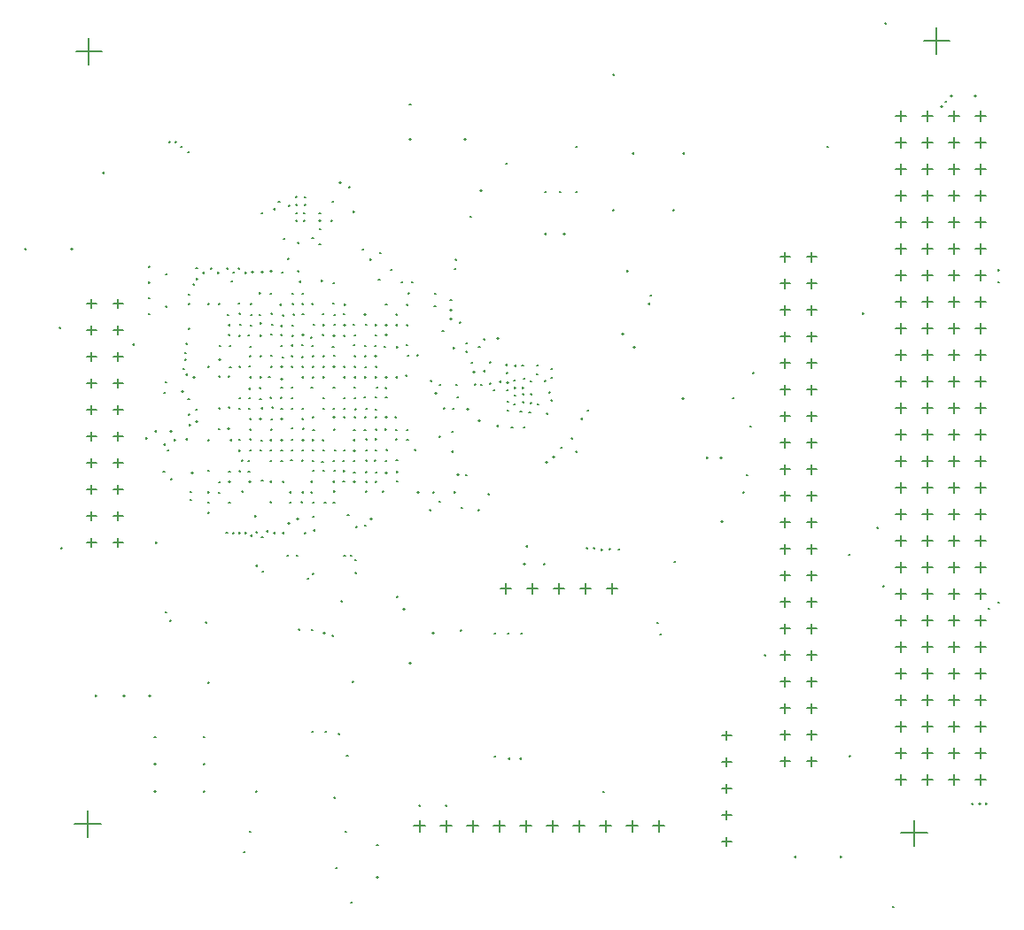
<source format=gbr>
%TF.GenerationSoftware,Altium Limited,Altium Designer,21.6.1 (37)*%
G04 Layer_Color=128*
%FSLAX45Y45*%
%MOMM*%
%TF.SameCoordinates,16E63DA4-43ED-4674-A1E0-7AC0996D3122*%
%TF.FilePolarity,Positive*%
%TF.FileFunction,Drillmap*%
%TF.Part,Single*%
G01*
G75*
%TA.AperFunction,NonConductor*%
%ADD96C,0.12700*%
D96*
X8247371Y3395889D02*
X8357371Y3395889D01*
X8302371Y3340889D02*
X8302371Y3450888D01*
X7993371Y3395889D02*
X8103371Y3395889D01*
X8048371Y3340889D02*
X8048371Y3450888D01*
X7485371Y3395889D02*
X7595371Y3395889D01*
X7540371Y3340889D02*
X7540371Y3450888D01*
X6977371Y3395889D02*
X7087371Y3395889D01*
X7032371Y3340889D02*
X7032371Y3450888D01*
X6469371Y3395889D02*
X6579371Y3395889D01*
X6524371Y3340889D02*
X6524371Y3450888D01*
X6723371Y3395889D02*
X6833371Y3395889D01*
X6778371Y3340889D02*
X6778371Y3450888D01*
X7231371Y3395889D02*
X7341371Y3395889D01*
X7286371Y3340889D02*
X7286371Y3450888D01*
X7739371Y3395889D02*
X7849371Y3395889D01*
X7794371Y3340889D02*
X7794371Y3450888D01*
X8501371Y3395889D02*
X8611371Y3395889D01*
X8556371Y3340889D02*
X8556371Y3450888D01*
X8755371Y3395889D02*
X8865371Y3395889D01*
X8810371Y3340889D02*
X8810371Y3450888D01*
X11582200Y3835400D02*
X11684200Y3835400D01*
X11633200Y3784400D02*
X11633200Y3886400D01*
X11582200Y4089400D02*
X11684200Y4089400D01*
X11633200Y4038400D02*
X11633200Y4140400D01*
X11582200Y4343400D02*
X11684200Y4343400D01*
X11633200Y4292400D02*
X11633200Y4394400D01*
X11582200Y4597400D02*
X11684200Y4597400D01*
X11633200Y4546400D02*
X11633200Y4648400D01*
X11582200Y4851400D02*
X11684200Y4851400D01*
X11633200Y4800400D02*
X11633200Y4902400D01*
X11582200Y5105400D02*
X11684200Y5105400D01*
X11633200Y5054400D02*
X11633200Y5156400D01*
X11582200Y5359400D02*
X11684200Y5359400D01*
X11633200Y5308400D02*
X11633200Y5410400D01*
X11582200Y5613400D02*
X11684200Y5613400D01*
X11633200Y5562400D02*
X11633200Y5664400D01*
X11582200Y5867400D02*
X11684200Y5867400D01*
X11633200Y5816400D02*
X11633200Y5918400D01*
X11582200Y6121400D02*
X11684200Y6121400D01*
X11633200Y6070400D02*
X11633200Y6172400D01*
X11582200Y6375400D02*
X11684200Y6375400D01*
X11633200Y6324400D02*
X11633200Y6426400D01*
X11582200Y6629400D02*
X11684200Y6629400D01*
X11633200Y6578400D02*
X11633200Y6680400D01*
X11582200Y6883400D02*
X11684200Y6883400D01*
X11633200Y6832400D02*
X11633200Y6934400D01*
X11582200Y7137400D02*
X11684200Y7137400D01*
X11633200Y7086400D02*
X11633200Y7188400D01*
X11582200Y7391400D02*
X11684200Y7391400D01*
X11633200Y7340400D02*
X11633200Y7442400D01*
X11582200Y7645400D02*
X11684200Y7645400D01*
X11633200Y7594400D02*
X11633200Y7696400D01*
X11582200Y7899400D02*
X11684200Y7899400D01*
X11633200Y7848400D02*
X11633200Y7950400D01*
X11582200Y8153400D02*
X11684200Y8153400D01*
X11633200Y8102400D02*
X11633200Y8204400D01*
X11582200Y8407400D02*
X11684200Y8407400D01*
X11633200Y8356400D02*
X11633200Y8458400D01*
X11582200Y8661400D02*
X11684200Y8661400D01*
X11633200Y8610400D02*
X11633200Y8712400D01*
X11582200Y8915400D02*
X11684200Y8915400D01*
X11633200Y8864400D02*
X11633200Y8966400D01*
X11582200Y9169400D02*
X11684200Y9169400D01*
X11633200Y9118400D02*
X11633200Y9220400D01*
X11582200Y9423400D02*
X11684200Y9423400D01*
X11633200Y9372400D02*
X11633200Y9474400D01*
X11582200Y9677400D02*
X11684200Y9677400D01*
X11633200Y9626400D02*
X11633200Y9728400D01*
X11582200Y9931400D02*
X11684200Y9931400D01*
X11633200Y9880400D02*
X11633200Y9982400D01*
X11582200Y10185400D02*
X11684200Y10185400D01*
X11633200Y10134400D02*
X11633200Y10236400D01*
X11836200Y3835400D02*
X11938200Y3835400D01*
X11887200Y3784400D02*
X11887200Y3886400D01*
X11836200Y4089400D02*
X11938200Y4089400D01*
X11887200Y4038400D02*
X11887200Y4140400D01*
X11836200Y4343400D02*
X11938200Y4343400D01*
X11887200Y4292400D02*
X11887200Y4394400D01*
X11836200Y4597400D02*
X11938200Y4597400D01*
X11887200Y4546400D02*
X11887200Y4648400D01*
X11836200Y4851400D02*
X11938200Y4851400D01*
X11887200Y4800400D02*
X11887200Y4902400D01*
X11836200Y5105400D02*
X11938200Y5105400D01*
X11887200Y5054400D02*
X11887200Y5156400D01*
X11836200Y5359400D02*
X11938200Y5359400D01*
X11887200Y5308400D02*
X11887200Y5410400D01*
X11836200Y5613400D02*
X11938200Y5613400D01*
X11887200Y5562400D02*
X11887200Y5664400D01*
X11836200Y5867400D02*
X11938200Y5867400D01*
X11887200Y5816400D02*
X11887200Y5918400D01*
X11836200Y6121400D02*
X11938200Y6121400D01*
X11887200Y6070400D02*
X11887200Y6172400D01*
X11836200Y6375400D02*
X11938200Y6375400D01*
X11887200Y6324400D02*
X11887200Y6426400D01*
X11836200Y6629400D02*
X11938200Y6629400D01*
X11887200Y6578400D02*
X11887200Y6680400D01*
X11836200Y6883400D02*
X11938200Y6883400D01*
X11887200Y6832400D02*
X11887200Y6934400D01*
X11836200Y7137400D02*
X11938200Y7137400D01*
X11887200Y7086400D02*
X11887200Y7188400D01*
X11836200Y7391400D02*
X11938200Y7391400D01*
X11887200Y7340400D02*
X11887200Y7442400D01*
X11836200Y7645400D02*
X11938200Y7645400D01*
X11887200Y7594400D02*
X11887200Y7696400D01*
X11836200Y7899400D02*
X11938200Y7899400D01*
X11887200Y7848400D02*
X11887200Y7950400D01*
X11836200Y8153400D02*
X11938200Y8153400D01*
X11887200Y8102400D02*
X11887200Y8204400D01*
X11836200Y8407400D02*
X11938200Y8407400D01*
X11887200Y8356400D02*
X11887200Y8458400D01*
X11836200Y8661400D02*
X11938200Y8661400D01*
X11887200Y8610400D02*
X11887200Y8712400D01*
X11836200Y8915400D02*
X11938200Y8915400D01*
X11887200Y8864400D02*
X11887200Y8966400D01*
X11836200Y9169400D02*
X11938200Y9169400D01*
X11887200Y9118400D02*
X11887200Y9220400D01*
X11836200Y9423400D02*
X11938200Y9423400D01*
X11887200Y9372400D02*
X11887200Y9474400D01*
X11836200Y9677400D02*
X11938200Y9677400D01*
X11887200Y9626400D02*
X11887200Y9728400D01*
X11836200Y9931400D02*
X11938200Y9931400D01*
X11887200Y9880400D02*
X11887200Y9982400D01*
X11836200Y10185400D02*
X11938200Y10185400D01*
X11887200Y10134400D02*
X11887200Y10236400D01*
X11328200Y10185400D02*
X11430200Y10185400D01*
X11379200Y10134400D02*
X11379200Y10236400D01*
X11328200Y9931400D02*
X11430200Y9931400D01*
X11379200Y9880400D02*
X11379200Y9982400D01*
X11328200Y9677400D02*
X11430200Y9677400D01*
X11379200Y9626400D02*
X11379200Y9728400D01*
X11328200Y9423400D02*
X11430200Y9423400D01*
X11379200Y9372400D02*
X11379200Y9474400D01*
X11328200Y9169400D02*
X11430200Y9169400D01*
X11379200Y9118400D02*
X11379200Y9220400D01*
X11328200Y8915400D02*
X11430200Y8915400D01*
X11379200Y8864400D02*
X11379200Y8966400D01*
X11328200Y8661400D02*
X11430200Y8661400D01*
X11379200Y8610400D02*
X11379200Y8712400D01*
X11328200Y8407400D02*
X11430200Y8407400D01*
X11379200Y8356400D02*
X11379200Y8458400D01*
X11328200Y8153400D02*
X11430200Y8153400D01*
X11379200Y8102400D02*
X11379200Y8204400D01*
X11328200Y7899400D02*
X11430200Y7899400D01*
X11379200Y7848400D02*
X11379200Y7950400D01*
X11328200Y7645400D02*
X11430200Y7645400D01*
X11379200Y7594400D02*
X11379200Y7696400D01*
X11328200Y7391400D02*
X11430200Y7391400D01*
X11379200Y7340400D02*
X11379200Y7442400D01*
X11328200Y6883400D02*
X11430200Y6883400D01*
X11379200Y6832400D02*
X11379200Y6934400D01*
X11328200Y6629400D02*
X11430200Y6629400D01*
X11379200Y6578400D02*
X11379200Y6680400D01*
X11328200Y6375400D02*
X11430200Y6375400D01*
X11379200Y6324400D02*
X11379200Y6426400D01*
X11328200Y6121400D02*
X11430200Y6121400D01*
X11379200Y6070400D02*
X11379200Y6172400D01*
X11328200Y5867400D02*
X11430200Y5867400D01*
X11379200Y5816400D02*
X11379200Y5918400D01*
X11328200Y5613400D02*
X11430200Y5613400D01*
X11379200Y5562400D02*
X11379200Y5664400D01*
X11328200Y5359400D02*
X11430200Y5359400D01*
X11379200Y5308400D02*
X11379200Y5410400D01*
X11328200Y5105400D02*
X11430200Y5105400D01*
X11379200Y5054400D02*
X11379200Y5156400D01*
X11328200Y4851400D02*
X11430200Y4851400D01*
X11379200Y4800400D02*
X11379200Y4902400D01*
X11328200Y4597400D02*
X11430200Y4597400D01*
X11379200Y4546400D02*
X11379200Y4648400D01*
X11328200Y4343400D02*
X11430200Y4343400D01*
X11379200Y4292400D02*
X11379200Y4394400D01*
X11328200Y4089400D02*
X11430200Y4089400D01*
X11379200Y4038400D02*
X11379200Y4140400D01*
X11328200Y3835400D02*
X11430200Y3835400D01*
X11379200Y3784400D02*
X11379200Y3886400D01*
X11074200Y10185400D02*
X11176200Y10185400D01*
X11125200Y10134400D02*
X11125200Y10236400D01*
X11074200Y9931400D02*
X11176200Y9931400D01*
X11125200Y9880400D02*
X11125200Y9982400D01*
X11074200Y9677400D02*
X11176200Y9677400D01*
X11125200Y9626400D02*
X11125200Y9728400D01*
X11074200Y9423400D02*
X11176200Y9423400D01*
X11125200Y9372400D02*
X11125200Y9474400D01*
X11074200Y9169400D02*
X11176200Y9169400D01*
X11125200Y9118400D02*
X11125200Y9220400D01*
X11074200Y8915400D02*
X11176200Y8915400D01*
X11125200Y8864400D02*
X11125200Y8966400D01*
X11074200Y8661400D02*
X11176200Y8661400D01*
X11125200Y8610400D02*
X11125200Y8712400D01*
X11074200Y8407400D02*
X11176200Y8407400D01*
X11125200Y8356400D02*
X11125200Y8458400D01*
X11074200Y8153400D02*
X11176200Y8153400D01*
X11125200Y8102400D02*
X11125200Y8204400D01*
X11074200Y7899400D02*
X11176200Y7899400D01*
X11125200Y7848400D02*
X11125200Y7950400D01*
X11074200Y7645400D02*
X11176200Y7645400D01*
X11125200Y7594400D02*
X11125200Y7696400D01*
X11074200Y7391400D02*
X11176200Y7391400D01*
X11125200Y7340400D02*
X11125200Y7442400D01*
X11074200Y6883400D02*
X11176200Y6883400D01*
X11125200Y6832400D02*
X11125200Y6934400D01*
X11074200Y6629400D02*
X11176200Y6629400D01*
X11125200Y6578400D02*
X11125200Y6680400D01*
X11074200Y6375400D02*
X11176200Y6375400D01*
X11125200Y6324400D02*
X11125200Y6426400D01*
X11074200Y6121400D02*
X11176200Y6121400D01*
X11125200Y6070400D02*
X11125200Y6172400D01*
X11074200Y5867400D02*
X11176200Y5867400D01*
X11125200Y5816400D02*
X11125200Y5918400D01*
X11074200Y5613400D02*
X11176200Y5613400D01*
X11125200Y5562400D02*
X11125200Y5664400D01*
X11074200Y5359400D02*
X11176200Y5359400D01*
X11125200Y5308400D02*
X11125200Y5410400D01*
X11074200Y5105400D02*
X11176200Y5105400D01*
X11125200Y5054400D02*
X11125200Y5156400D01*
X11074200Y4851400D02*
X11176200Y4851400D01*
X11125200Y4800400D02*
X11125200Y4902400D01*
X11074200Y4597400D02*
X11176200Y4597400D01*
X11125200Y4546400D02*
X11125200Y4648400D01*
X11074200Y4343400D02*
X11176200Y4343400D01*
X11125200Y4292400D02*
X11125200Y4394400D01*
X11074200Y4089400D02*
X11176200Y4089400D01*
X11125200Y4038400D02*
X11125200Y4140400D01*
X11074200Y3835400D02*
X11176200Y3835400D01*
X11125200Y3784400D02*
X11125200Y3886400D01*
X11328200Y7137400D02*
X11430200Y7137400D01*
X11379200Y7086400D02*
X11379200Y7188400D01*
X11074200Y7137400D02*
X11176200Y7137400D01*
X11125200Y7086400D02*
X11125200Y7188400D01*
X9414628Y4007665D02*
X9504628Y4007665D01*
X9459628Y3962665D02*
X9459628Y4052665D01*
X9414628Y3245665D02*
X9504628Y3245665D01*
X9459628Y3200665D02*
X9459628Y3290665D01*
X9414628Y3499665D02*
X9504628Y3499665D01*
X9459628Y3454665D02*
X9459628Y3544665D01*
X9414628Y3753665D02*
X9504628Y3753665D01*
X9459628Y3708665D02*
X9459628Y3798665D01*
X9414628Y4261665D02*
X9504628Y4261665D01*
X9459628Y4216665D02*
X9459628Y4306665D01*
X10229300Y4013200D02*
X10319300Y4013200D01*
X10274300Y3968200D02*
X10274300Y4058200D01*
X9975300Y4013200D02*
X10065300Y4013200D01*
X10020300Y3968200D02*
X10020300Y4058200D01*
X10229300Y4267200D02*
X10319300Y4267200D01*
X10274300Y4222200D02*
X10274300Y4312200D01*
X9975300Y4267200D02*
X10065300Y4267200D01*
X10020300Y4222200D02*
X10020300Y4312200D01*
X10229300Y4521200D02*
X10319300Y4521200D01*
X10274300Y4476200D02*
X10274300Y4566200D01*
X9975300Y4521200D02*
X10065300Y4521200D01*
X10020300Y4476200D02*
X10020300Y4566200D01*
X10229300Y4775200D02*
X10319300Y4775200D01*
X10274300Y4730200D02*
X10274300Y4820200D01*
X9975300Y4775200D02*
X10065300Y4775200D01*
X10020300Y4730200D02*
X10020300Y4820200D01*
X10229300Y5029200D02*
X10319300Y5029200D01*
X10274300Y4984200D02*
X10274300Y5074200D01*
X9975300Y5029200D02*
X10065300Y5029200D01*
X10020300Y4984200D02*
X10020300Y5074200D01*
X10229300Y5283200D02*
X10319300Y5283200D01*
X10274300Y5238200D02*
X10274300Y5328200D01*
X9975300Y5283200D02*
X10065300Y5283200D01*
X10020300Y5238200D02*
X10020300Y5328200D01*
X10229300Y5537200D02*
X10319300Y5537200D01*
X10274300Y5492200D02*
X10274300Y5582200D01*
X9975300Y5537200D02*
X10065300Y5537200D01*
X10020300Y5492200D02*
X10020300Y5582200D01*
X10229300Y5791200D02*
X10319300Y5791200D01*
X10274300Y5746200D02*
X10274300Y5836200D01*
X9975300Y5791200D02*
X10065300Y5791200D01*
X10020300Y5746200D02*
X10020300Y5836200D01*
X10229300Y6045200D02*
X10319300Y6045200D01*
X10274300Y6000200D02*
X10274300Y6090200D01*
X9975300Y6045200D02*
X10065300Y6045200D01*
X10020300Y6000200D02*
X10020300Y6090200D01*
X10229300Y6299200D02*
X10319300Y6299200D01*
X10274300Y6254200D02*
X10274300Y6344200D01*
X9975300Y6299200D02*
X10065300Y6299200D01*
X10020300Y6254200D02*
X10020300Y6344200D01*
X10229300Y6553200D02*
X10319300Y6553200D01*
X10274300Y6508200D02*
X10274300Y6598200D01*
X9975300Y6553200D02*
X10065300Y6553200D01*
X10020300Y6508200D02*
X10020300Y6598200D01*
X10229300Y6807200D02*
X10319300Y6807200D01*
X10274300Y6762200D02*
X10274300Y6852200D01*
X9975300Y6807200D02*
X10065300Y6807200D01*
X10020300Y6762200D02*
X10020300Y6852200D01*
X10229300Y7061200D02*
X10319300Y7061200D01*
X10274300Y7016200D02*
X10274300Y7106200D01*
X9975300Y7061200D02*
X10065300Y7061200D01*
X10020300Y7016200D02*
X10020300Y7106200D01*
X10229300Y7315200D02*
X10319300Y7315200D01*
X10274300Y7270200D02*
X10274300Y7360200D01*
X9975300Y7315200D02*
X10065300Y7315200D01*
X10020300Y7270200D02*
X10020300Y7360200D01*
X10229300Y7569200D02*
X10319300Y7569200D01*
X10274300Y7524200D02*
X10274300Y7614200D01*
X9975300Y7569200D02*
X10065300Y7569200D01*
X10020300Y7524200D02*
X10020300Y7614200D01*
X10229300Y7823200D02*
X10319300Y7823200D01*
X10274300Y7778200D02*
X10274300Y7868200D01*
X9975300Y7823200D02*
X10065300Y7823200D01*
X10020300Y7778200D02*
X10020300Y7868200D01*
X10229300Y8077200D02*
X10319300Y8077200D01*
X10274300Y8032200D02*
X10274300Y8122200D01*
X9975300Y8077200D02*
X10065300Y8077200D01*
X10020300Y8032200D02*
X10020300Y8122200D01*
X10229300Y8331200D02*
X10319300Y8331200D01*
X10274300Y8286200D02*
X10274300Y8376200D01*
X9975300Y8331200D02*
X10065300Y8331200D01*
X10020300Y8286200D02*
X10020300Y8376200D01*
X10229300Y8585200D02*
X10319300Y8585200D01*
X10274300Y8540200D02*
X10274300Y8630200D01*
X9975300Y8585200D02*
X10065300Y8585200D01*
X10020300Y8540200D02*
X10020300Y8630200D01*
X10229300Y8839200D02*
X10319300Y8839200D01*
X10274300Y8794200D02*
X10274300Y8884200D01*
X9975300Y8839200D02*
X10065300Y8839200D01*
X10020300Y8794200D02*
X10020300Y8884200D01*
X3345900Y8394700D02*
X3435900Y8394700D01*
X3390900Y8349700D02*
X3390900Y8439700D01*
X3599900Y8394700D02*
X3689900Y8394700D01*
X3644900Y8349700D02*
X3644900Y8439700D01*
X3345900Y8140700D02*
X3435900Y8140700D01*
X3390900Y8095700D02*
X3390900Y8185700D01*
X3599900Y8140700D02*
X3689900Y8140700D01*
X3644900Y8095700D02*
X3644900Y8185700D01*
X3345900Y7886700D02*
X3435900Y7886700D01*
X3390900Y7841700D02*
X3390900Y7931700D01*
X3599900Y7886700D02*
X3689900Y7886700D01*
X3644900Y7841700D02*
X3644900Y7931700D01*
X3345900Y7632700D02*
X3435900Y7632700D01*
X3390900Y7587700D02*
X3390900Y7677700D01*
X3599900Y7632700D02*
X3689900Y7632700D01*
X3644900Y7587700D02*
X3644900Y7677700D01*
X3345900Y7378700D02*
X3435900Y7378700D01*
X3390900Y7333700D02*
X3390900Y7423700D01*
X3599900Y7378700D02*
X3689900Y7378700D01*
X3644900Y7333700D02*
X3644900Y7423700D01*
X3345900Y7124700D02*
X3435900Y7124700D01*
X3390900Y7079700D02*
X3390900Y7169700D01*
X3599900Y7124700D02*
X3689900Y7124700D01*
X3644900Y7079700D02*
X3644900Y7169700D01*
X3345900Y6870700D02*
X3435900Y6870700D01*
X3390900Y6825700D02*
X3390900Y6915700D01*
X3599900Y6870700D02*
X3689900Y6870700D01*
X3644900Y6825700D02*
X3644900Y6915700D01*
X3345900Y6616700D02*
X3435900Y6616700D01*
X3390900Y6571700D02*
X3390900Y6661700D01*
X3599900Y6616700D02*
X3689900Y6616700D01*
X3644900Y6571700D02*
X3644900Y6661700D01*
X3345900Y6362700D02*
X3435900Y6362700D01*
X3390900Y6317700D02*
X3390900Y6407700D01*
X3599900Y6362700D02*
X3689900Y6362700D01*
X3644900Y6317700D02*
X3644900Y6407700D01*
X3345900Y6108700D02*
X3435900Y6108700D01*
X3390900Y6063700D02*
X3390900Y6153700D01*
X3599900Y6108700D02*
X3689900Y6108700D01*
X3644900Y6063700D02*
X3644900Y6153700D01*
X7299902Y5666110D02*
X7401902Y5666110D01*
X7350902Y5615110D02*
X7350902Y5717110D01*
X7553902Y5666110D02*
X7655902Y5666110D01*
X7604902Y5615110D02*
X7604902Y5717110D01*
X7807902Y5666110D02*
X7909902Y5666110D01*
X7858902Y5615110D02*
X7858902Y5717110D01*
X8061902Y5666110D02*
X8163902Y5666110D01*
X8112902Y5615110D02*
X8112902Y5717110D01*
X8315902Y5666110D02*
X8417902Y5666110D01*
X8366902Y5615110D02*
X8366902Y5717110D01*
X3240500Y10807700D02*
X3490500Y10807700D01*
X3365500Y10682700D02*
X3365500Y10932700D01*
X11343100Y10909300D02*
X11593100Y10909300D01*
X11468100Y10784300D02*
X11468100Y11034300D01*
X11127200Y3327400D02*
X11377200Y3327400D01*
X11252200Y3202400D02*
X11252200Y3452400D01*
X3227800Y3416300D02*
X3477800Y3416300D01*
X3352800Y3291300D02*
X3352800Y3541300D01*
X4844139Y3147801D02*
X4854139Y3147801D01*
X4849139Y3142801D02*
X4849139Y3152801D01*
X5816073Y3342801D02*
X5826073Y3342801D01*
X5821073Y3337801D02*
X5821073Y3347801D01*
X4899140Y3342806D02*
X4909140Y3342806D01*
X4904140Y3337806D02*
X4904140Y3347806D01*
X11874648Y3608646D02*
X11884648Y3608646D01*
X11879648Y3603646D02*
X11879648Y3613646D01*
X11937001Y3610894D02*
X11947001Y3610894D01*
X11942001Y3605894D02*
X11942001Y3615894D01*
X11047466Y2622906D02*
X11057466Y2622906D01*
X11052466Y2617906D02*
X11052466Y2627906D01*
X6713064Y6498824D02*
X6723064Y6498824D01*
X6718064Y6493824D02*
X6718064Y6503824D01*
X7360908Y7637842D02*
X7370908Y7637842D01*
X7365908Y7632842D02*
X7365908Y7642842D01*
X7354348Y7730002D02*
X7364348Y7730002D01*
X7359348Y7725002D02*
X7359348Y7735002D01*
X7289396Y7649024D02*
X7299396Y7649024D01*
X7294396Y7644024D02*
X7294396Y7654024D01*
X7193339Y7629076D02*
X7203339Y7629076D01*
X7198339Y7624076D02*
X7198339Y7634076D01*
X7429864Y7589691D02*
X7439864Y7589691D01*
X7434864Y7584691D02*
X7434864Y7594691D01*
X7425377Y7660001D02*
X7435377Y7660001D01*
X7430377Y7655001D02*
X7430377Y7665001D01*
X7050573Y7619362D02*
X7060573Y7619362D01*
X7055573Y7614362D02*
X7055573Y7624362D01*
X7110489Y7616199D02*
X7120489Y7616199D01*
X7115489Y7611199D02*
X7115489Y7621199D01*
X7193205Y7833515D02*
X7203205Y7833515D01*
X7198205Y7828515D02*
X7198205Y7838515D01*
X7139571Y7749828D02*
X7149571Y7749828D01*
X7144571Y7744828D02*
X7144571Y7754828D01*
X6969506Y7936039D02*
X6979506Y7936039D01*
X6974506Y7931039D02*
X6974506Y7941039D01*
X7140161Y8051744D02*
X7150161Y8051744D01*
X7145161Y8046744D02*
X7145161Y8056744D01*
X7090663Y7980599D02*
X7100663Y7980599D01*
X7095663Y7975599D02*
X7095663Y7985599D01*
X6969506Y8015599D02*
X6979506Y8015599D01*
X6974506Y8010599D02*
X6974506Y8020599D01*
X7021833Y7827563D02*
X7031833Y7827563D01*
X7026833Y7822563D02*
X7026833Y7832563D01*
X7038942Y7741871D02*
X7048942Y7741871D01*
X7043942Y7736871D02*
X7043942Y7746871D01*
X7267600Y8063273D02*
X7277600Y8063273D01*
X7272600Y8058273D02*
X7272600Y8068273D01*
X4798963Y8087568D02*
X4808963Y8087568D01*
X4803963Y8082568D02*
X4803963Y8092568D01*
X5837101Y6372233D02*
X5847101Y6372233D01*
X5842101Y6367233D02*
X5842101Y6377233D01*
X5896021Y6688098D02*
X5906021Y6688098D01*
X5901021Y6683098D02*
X5901021Y6693098D01*
X5892346Y6890721D02*
X5902346Y6890721D01*
X5897346Y6885721D02*
X5897346Y6895721D01*
X5896715Y6988924D02*
X5906715Y6988924D01*
X5901715Y6983924D02*
X5901715Y6993924D01*
X5892534Y7089890D02*
X5902534Y7089890D01*
X5897534Y7084890D02*
X5897534Y7094890D01*
X5896715Y6780603D02*
X5906715Y6780603D01*
X5901715Y6775603D02*
X5901715Y6785603D01*
X5793965Y6890603D02*
X5803965Y6890603D01*
X5798965Y6885603D02*
X5798965Y6895603D01*
X6201995Y6773767D02*
X6211995Y6773767D01*
X6206995Y6768767D02*
X6206995Y6778767D01*
X6198505Y6888095D02*
X6208505Y6888095D01*
X6203505Y6883095D02*
X6203505Y6893095D01*
X6303492Y6896534D02*
X6313492Y6896534D01*
X6308492Y6891534D02*
X6308492Y6901534D01*
X7734313Y6875938D02*
X7744313Y6875938D01*
X7739313Y6870938D02*
X7739313Y6880938D01*
X7364827Y7370896D02*
X7374827Y7370896D01*
X7369827Y7365896D02*
X7369827Y7375896D01*
X7362392Y7456854D02*
X7372392Y7456854D01*
X7367392Y7451854D02*
X7367392Y7461854D01*
X7425358Y7430573D02*
X7435358Y7430573D01*
X7430358Y7425573D02*
X7430358Y7435573D01*
X7429864Y7515573D02*
X7439864Y7515573D01*
X7434864Y7510573D02*
X7434864Y7520573D01*
X7585917Y7527171D02*
X7595917Y7527171D01*
X7590917Y7522171D02*
X7590917Y7532171D01*
X7582605Y7442171D02*
X7592605Y7442171D01*
X7587605Y7437171D02*
X7587605Y7447171D01*
X7783646Y7771182D02*
X7793646Y7771182D01*
X7788646Y7766182D02*
X7788646Y7776182D01*
X7783646Y7686182D02*
X7793646Y7686182D01*
X7788646Y7681182D02*
X7788646Y7691182D01*
X7719727Y7654752D02*
X7729727Y7654752D01*
X7724727Y7649752D02*
X7724727Y7659752D01*
X7783646Y7469998D02*
X7793646Y7469998D01*
X7788646Y7464998D02*
X7788646Y7474998D01*
X7652297Y7432500D02*
X7662297Y7432500D01*
X7657297Y7427500D02*
X7657297Y7437500D01*
X7762739Y7546257D02*
X7772739Y7546257D01*
X7767739Y7541257D02*
X7767739Y7551257D01*
X7740969Y7342588D02*
X7750969Y7342588D01*
X7745969Y7337588D02*
X7745969Y7347588D01*
X7582293Y7650309D02*
X7592293Y7650309D01*
X7587293Y7645309D02*
X7587293Y7655309D01*
X7573660Y7356770D02*
X7583660Y7356770D01*
X7578660Y7351770D02*
X7578660Y7361770D01*
X7511090Y7452649D02*
X7521090Y7452649D01*
X7516090Y7447649D02*
X7516090Y7457649D01*
X6980417Y7383042D02*
X6990417Y7383042D01*
X6985417Y7378042D02*
X6985417Y7388042D01*
X7488660Y7364420D02*
X7498660Y7364420D01*
X7493660Y7359420D02*
X7493660Y7369420D01*
X7349628Y7809207D02*
X7359628Y7809207D01*
X7354628Y7804207D02*
X7354628Y7814207D01*
X7434628Y7801757D02*
X7444628Y7801757D01*
X7439628Y7796757D02*
X7439628Y7806757D01*
X6667511Y8372044D02*
X6677511Y8372044D01*
X6672511Y8367044D02*
X6672511Y8377044D01*
X6249137Y8718338D02*
X6259137Y8718338D01*
X6254137Y8713338D02*
X6254137Y8723338D01*
X6304364Y6785662D02*
X6314364Y6785662D01*
X6309364Y6780662D02*
X6309364Y6790662D01*
X5798509Y6793631D02*
X5808509Y6793631D01*
X5803509Y6788631D02*
X5803509Y6798631D01*
X6011808Y6893098D02*
X6021808Y6893098D01*
X6016808Y6888098D02*
X6016808Y6898098D01*
X5699495Y6890598D02*
X5709495Y6890598D01*
X5704495Y6885598D02*
X5704495Y6895598D01*
X4897328Y6690795D02*
X4907328Y6690795D01*
X4902328Y6685795D02*
X4902328Y6695795D01*
X4999162Y7293172D02*
X5009162Y7293172D01*
X5004162Y7288172D02*
X5004162Y7298172D01*
X5012487Y7395446D02*
X5022487Y7395446D01*
X5017487Y7390446D02*
X5017487Y7400446D01*
X5098817Y7494137D02*
X5108817Y7494137D01*
X5103817Y7489137D02*
X5103817Y7499137D01*
X4999162Y7483802D02*
X5009162Y7483802D01*
X5004162Y7478802D02*
X5004162Y7488802D01*
X5398071Y7999227D02*
X5408071Y7999227D01*
X5403071Y7994227D02*
X5403071Y8004227D01*
X4912039Y8286334D02*
X4922039Y8286334D01*
X4917039Y8281334D02*
X4917039Y8291334D01*
X4802039Y8298761D02*
X4812039Y8298761D01*
X4807039Y8293761D02*
X4807039Y8303761D01*
X4794304Y8395746D02*
X4804304Y8395746D01*
X4799304Y8390746D02*
X4799304Y8400746D01*
X4908880Y8392617D02*
X4918880Y8392617D01*
X4913880Y8387617D02*
X4913880Y8397617D01*
X4885164Y8090599D02*
X4895164Y8090599D01*
X4890164Y8085599D02*
X4890164Y8095598D01*
X5104799Y8099420D02*
X5114799Y8099420D01*
X5109799Y8094420D02*
X5109799Y8104420D01*
X5001998Y8207432D02*
X5011998Y8207432D01*
X5006998Y8202432D02*
X5006998Y8212432D01*
X5111998Y8191785D02*
X5121998Y8191785D01*
X5116998Y8186785D02*
X5116998Y8196785D01*
X5318831Y8290598D02*
X5328831Y8290598D01*
X5323831Y8285598D02*
X5323831Y8295598D01*
X5484455Y8069615D02*
X5494455Y8069615D01*
X5489455Y8064615D02*
X5489455Y8074615D01*
X5702029Y8089431D02*
X5712029Y8089431D01*
X5707029Y8084431D02*
X5707029Y8094431D01*
X5693722Y7982752D02*
X5703722Y7982752D01*
X5698722Y7977752D02*
X5698722Y7987752D01*
X5705564Y7897752D02*
X5715564Y7897752D01*
X5710564Y7892752D02*
X5710564Y7902752D01*
X6112593Y7593099D02*
X6122593Y7593099D01*
X6117593Y7588099D02*
X6117593Y7598099D01*
X6005534Y7787066D02*
X6015534Y7787066D01*
X6010534Y7782066D02*
X6010534Y7792066D01*
X6097118Y7991787D02*
X6107118Y7991787D01*
X6102118Y7986787D02*
X6102118Y7996787D01*
X6201998Y8098060D02*
X6211998Y8098060D01*
X6206998Y8093060D02*
X6206998Y8103060D01*
X6630520Y7655994D02*
X6640520Y7655994D01*
X6635520Y7650994D02*
X6635520Y7660994D01*
X6752550Y7391633D02*
X6762550Y7391633D01*
X6757550Y7386633D02*
X6757550Y7396633D01*
X6832550Y6980601D02*
X6842550Y6980601D01*
X6837550Y6975601D02*
X6837550Y6985601D01*
X7545101Y6074793D02*
X7555101Y6074793D01*
X7550101Y6069793D02*
X7550101Y6079793D01*
X6370207Y5469190D02*
X6380207Y5469190D01*
X6375207Y5464190D02*
X6375207Y5474190D01*
X5493648Y5271646D02*
X5503648Y5271646D01*
X5498648Y5266646D02*
X5498648Y5276646D01*
X12053372Y8599637D02*
X12063372Y8599637D01*
X12058372Y8594637D02*
X12058372Y8604637D01*
X6505677Y6590599D02*
X6515677Y6590599D01*
X6510677Y6585599D02*
X6510677Y6595599D01*
X6401993Y7186618D02*
X6411993Y7186618D01*
X6406993Y7181618D02*
X6406993Y7191618D01*
X6206995Y6995886D02*
X6216995Y6995886D01*
X6211995Y6990886D02*
X6211995Y7000886D01*
X6298588Y7097798D02*
X6308588Y7097798D01*
X6303588Y7092798D02*
X6303588Y7102798D01*
X6404495Y7093098D02*
X6414495Y7093098D01*
X6409495Y7088098D02*
X6409495Y7098098D01*
X5713696Y6990598D02*
X5723696Y6990598D01*
X5718696Y6985598D02*
X5718696Y6995598D01*
X5507190Y7186822D02*
X5517190Y7186822D01*
X5512190Y7181822D02*
X5512190Y7191822D01*
X4081939Y7541950D02*
X4091939Y7541950D01*
X4086939Y7536950D02*
X4086939Y7546950D01*
X4312775Y7483230D02*
X4322775Y7483230D01*
X4317775Y7478230D02*
X4317775Y7488230D01*
X4254440Y7552174D02*
X4264440Y7552174D01*
X4259440Y7547174D02*
X4259440Y7557174D01*
X4143402Y7174395D02*
X4153402Y7174395D01*
X4148402Y7169395D02*
X4148402Y7179395D01*
X3934052Y8747420D02*
X3944052Y8747420D01*
X3939052Y8742420D02*
X3939052Y8752420D01*
X3934052Y8596996D02*
X3944052Y8596996D01*
X3939052Y8591996D02*
X3939052Y8601996D01*
X3934052Y8296143D02*
X3944052Y8296143D01*
X3939052Y8291143D02*
X3939052Y8301143D01*
X3934052Y8447733D02*
X3944052Y8447733D01*
X3939052Y8442733D02*
X3939052Y8452733D01*
X8020439Y6979237D02*
X8030439Y6979237D01*
X8025439Y6974237D02*
X8025439Y6984237D01*
X7975439Y7103337D02*
X7985439Y7103337D01*
X7980439Y7098337D02*
X7980439Y7108337D01*
X8070460Y7293915D02*
X8080460Y7293915D01*
X8075460Y7288915D02*
X8075460Y7298915D01*
X7520351Y7677501D02*
X7530351Y7677501D01*
X7525351Y7672501D02*
X7525351Y7682501D01*
X7507292Y7589691D02*
X7517292Y7589691D01*
X7512292Y7584691D02*
X7512292Y7594691D01*
X7641750Y7718456D02*
X7651749Y7718456D01*
X7646750Y7713457D02*
X7646750Y7723456D01*
X7645523Y7803457D02*
X7655523Y7803457D01*
X7650523Y7798457D02*
X7650523Y7808457D01*
X7505454Y7804764D02*
X7515454Y7804764D01*
X7510454Y7799764D02*
X7510454Y7809764D01*
X6742954Y8133637D02*
X6752954Y8133637D01*
X6747954Y8128637D02*
X6747954Y8138637D01*
X6401998Y8383502D02*
X6411998Y8383502D01*
X6406998Y8378502D02*
X6406998Y8388502D01*
X6414826Y8493502D02*
X6424826Y8493502D01*
X6419826Y8488502D02*
X6419826Y8498502D01*
X6201998Y8387065D02*
X6211998Y8387065D01*
X6206998Y8382065D02*
X6206998Y8392065D01*
X6301998Y8290601D02*
X6311998Y8290601D01*
X6306998Y8285601D02*
X6306998Y8295601D01*
X6394770Y7705001D02*
X6404770Y7705001D01*
X6399770Y7700001D02*
X6399770Y7710001D01*
X6199158Y7586138D02*
X6209158Y7586138D01*
X6204158Y7581138D02*
X6204158Y7591138D01*
X6101998Y7690602D02*
X6111998Y7690602D01*
X6106998Y7685602D02*
X6106998Y7695602D01*
X6105534Y7790599D02*
X6115534Y7790599D01*
X6110534Y7785599D02*
X6110534Y7795599D01*
X6397667Y7996861D02*
X6407667Y7996861D01*
X6402667Y7991861D02*
X6402667Y8001861D01*
X6499495Y7899114D02*
X6509495Y7899114D01*
X6504495Y7894114D02*
X6504495Y7904114D01*
X6409569Y7898172D02*
X6419569Y7898172D01*
X6414569Y7893172D02*
X6414569Y7903172D01*
X6303888Y7978454D02*
X6313888Y7978454D01*
X6308888Y7973454D02*
X6308888Y7983454D01*
X6185234Y7983071D02*
X6195234Y7983071D01*
X6190234Y7978071D02*
X6190234Y7988071D01*
X6008211Y8193298D02*
X6018211Y8193298D01*
X6013211Y8188298D02*
X6013211Y8198298D01*
X5998430Y8293098D02*
X6008430Y8293098D01*
X6003430Y8288098D02*
X6003430Y8298098D01*
X6099133Y7892238D02*
X6109133Y7892238D01*
X6104133Y7887238D02*
X6104133Y7897238D01*
X5895739Y7996861D02*
X5905739Y7996861D01*
X5900739Y7991861D02*
X5900739Y8001861D01*
X5901998Y7890293D02*
X5911998Y7890293D01*
X5906998Y7885293D02*
X5906998Y7895293D01*
X5601994Y7890293D02*
X5611994Y7890293D01*
X5606994Y7885293D02*
X5606994Y7895293D01*
X5889499Y8193366D02*
X5899499Y8193366D01*
X5894499Y8188366D02*
X5894499Y8198366D01*
X5799696Y8087175D02*
X5809696Y8087175D01*
X5804696Y8082175D02*
X5804696Y8092175D01*
X5707045Y8193865D02*
X5717045Y8193865D01*
X5712045Y8188865D02*
X5712045Y8198865D01*
X5802982Y8187568D02*
X5812982Y8187568D01*
X5807982Y8182568D02*
X5807982Y8192568D01*
X5795956Y8296643D02*
X5805956Y8296643D01*
X5800956Y8291643D02*
X5800956Y8301643D01*
X5495164Y8391636D02*
X5505164Y8391636D01*
X5500164Y8386636D02*
X5500164Y8396636D01*
X5305339Y8490600D02*
X5315339Y8490600D01*
X5310339Y8485600D02*
X5310339Y8495600D01*
X5359266Y8976589D02*
X5369266Y8976589D01*
X5364266Y8971589D02*
X5364266Y8981589D01*
X5423488Y9412938D02*
X5433488Y9412938D01*
X5428488Y9407938D02*
X5428488Y9417938D01*
X5341839Y9414764D02*
X5351839Y9414764D01*
X5346839Y9409764D02*
X5346839Y9419764D01*
X5101207Y8707195D02*
X5111207Y8707195D01*
X5106207Y8702195D02*
X5106207Y8712195D01*
X4993204Y8496191D02*
X5003204Y8496191D01*
X4998204Y8491191D02*
X4998204Y8501191D01*
X5189990Y8386267D02*
X5199990Y8386267D01*
X5194990Y8381267D02*
X5194990Y8391267D01*
X5214974Y8280570D02*
X5224974Y8280570D01*
X5219974Y8275570D02*
X5219974Y8285570D01*
X5105819Y8299018D02*
X5115819Y8299018D01*
X5110819Y8294018D02*
X5110819Y8304018D01*
X5198063Y8182175D02*
X5208062Y8182175D01*
X5203062Y8177175D02*
X5203062Y8187175D01*
X5508232Y8194858D02*
X5518232Y8194858D01*
X5513232Y8189858D02*
X5513232Y8199858D01*
X5305530Y8186206D02*
X5315530Y8186206D01*
X5310530Y8181206D02*
X5310530Y8191206D01*
X5494396Y7989618D02*
X5504396Y7989618D01*
X5499396Y7984618D02*
X5499396Y7994618D01*
X5399462Y7882001D02*
X5409462Y7882001D01*
X5404462Y7877001D02*
X5404462Y7887001D01*
X5306064Y8086475D02*
X5316064Y8086475D01*
X5311064Y8081475D02*
X5311064Y8091475D01*
X5200753Y7990772D02*
X5210753Y7990772D01*
X5205753Y7985772D02*
X5205753Y7995772D01*
X5211899Y7880465D02*
X5221899Y7880465D01*
X5216899Y7875465D02*
X5216899Y7885465D01*
X5101591Y7895454D02*
X5111591Y7895454D01*
X5106591Y7890454D02*
X5106591Y7900454D01*
X4904804Y7983085D02*
X4914804Y7983085D01*
X4909804Y7978085D02*
X4909804Y7988085D01*
X4994495Y8287103D02*
X5004495Y8287103D01*
X4999495Y8282103D02*
X4999495Y8292103D01*
X4908262Y8185251D02*
X4918262Y8185251D01*
X4913262Y8180251D02*
X4913262Y8190251D01*
X4688788Y8287996D02*
X4698788Y8287996D01*
X4693788Y8282996D02*
X4693788Y8292996D01*
X4808571Y8194632D02*
X4818571Y8194632D01*
X4813571Y8189632D02*
X4813571Y8199632D01*
X4698571Y8190601D02*
X4708571Y8190601D01*
X4703571Y8185601D02*
X4703571Y8195601D01*
X4709187Y7991434D02*
X4719187Y7991434D01*
X4714187Y7986434D02*
X4714187Y7996434D01*
X4610295Y7856753D02*
X4620295Y7856753D01*
X4615295Y7851753D02*
X4615295Y7861753D01*
X4902434Y7691236D02*
X4912434Y7691236D01*
X4907434Y7686236D02*
X4907434Y7696236D01*
X5083845Y7694789D02*
X5093845Y7694789D01*
X5088845Y7689789D02*
X5088845Y7699789D01*
X5201973Y7673729D02*
X5211973Y7673729D01*
X5206973Y7668729D02*
X5206973Y7678729D01*
X5201995Y7590602D02*
X5211995Y7590602D01*
X5206995Y7585602D02*
X5206995Y7595602D01*
X5195962Y7494137D02*
X5205962Y7494137D01*
X5200962Y7489137D02*
X5200962Y7499137D01*
X5115699Y7399879D02*
X5125699Y7399879D01*
X5120699Y7394879D02*
X5120699Y7404879D01*
X5101995Y7190598D02*
X5111995Y7190598D01*
X5106995Y7185598D02*
X5106995Y7195598D01*
X5505957Y6491322D02*
X5515957Y6491322D01*
X5510957Y6486322D02*
X5510957Y6496322D01*
X5295342Y6898316D02*
X5305342Y6898316D01*
X5300342Y6893316D02*
X5300342Y6903316D01*
X5506285Y6796714D02*
X5516285Y6796714D01*
X5511285Y6791714D02*
X5511285Y6801714D01*
X5591893Y6880497D02*
X5601893Y6880497D01*
X5596893Y6875497D02*
X5596893Y6885497D01*
X5603079Y6794716D02*
X5613079Y6794716D01*
X5608079Y6789716D02*
X5608079Y6799716D01*
X5700558Y6692865D02*
X5710558Y6692865D01*
X5705558Y6687865D02*
X5705558Y6697865D01*
X5706398Y6795591D02*
X5716398Y6795591D01*
X5711398Y6790591D02*
X5711398Y6800591D01*
X5794601Y6694264D02*
X5804601Y6694264D01*
X5799601Y6689264D02*
X5799601Y6699264D01*
X6009894Y6597853D02*
X6019894Y6597853D01*
X6014894Y6592853D02*
X6014894Y6602853D01*
X6168533Y6598277D02*
X6178533Y6598277D01*
X6173533Y6593277D02*
X6173533Y6603277D01*
X6305111Y6695595D02*
X6315111Y6695595D01*
X6310111Y6690595D02*
X6310111Y6700595D01*
X6105240Y6778203D02*
X6115239Y6778203D01*
X6110239Y6773203D02*
X6110239Y6783203D01*
X6093540Y6893506D02*
X6103540Y6893506D01*
X6098540Y6888506D02*
X6098540Y6898506D01*
X6477668Y6994831D02*
X6487668Y6994831D01*
X6482668Y6989831D02*
X6482668Y6999831D01*
X6297194Y7184638D02*
X6307194Y7184638D01*
X6302194Y7179638D02*
X6302194Y7189638D01*
X6196926Y7191424D02*
X6206926Y7191424D01*
X6201926Y7186424D02*
X6201926Y7196424D01*
X6105133Y7189972D02*
X6115133Y7189972D01*
X6110133Y7184972D02*
X6110133Y7194972D01*
X6011808Y7096048D02*
X6021808Y7096048D01*
X6016808Y7091048D02*
X6016808Y7101048D01*
X6008681Y6782120D02*
X6018681Y6782120D01*
X6013681Y6777120D02*
X6013681Y6787120D01*
X6011808Y6990598D02*
X6021808Y6990598D01*
X6016808Y6985598D02*
X6016808Y6995598D01*
X5997778Y7186618D02*
X6007778Y7186618D01*
X6002778Y7181618D02*
X6002778Y7191618D01*
X6011808Y6690599D02*
X6021808Y6690599D01*
X6016808Y6685599D02*
X6016808Y6695599D01*
X5897268Y7187334D02*
X5907268Y7187334D01*
X5902268Y7182334D02*
X5902268Y7192334D01*
X5906270Y7383769D02*
X5916270Y7383769D01*
X5911270Y7378769D02*
X5911270Y7388769D01*
X6013971Y7390501D02*
X6023971Y7390501D01*
X6018971Y7385501D02*
X6018971Y7395501D01*
X5993980Y7500597D02*
X6003980Y7500597D01*
X5998980Y7495597D02*
X5998980Y7505597D01*
X6841574Y7390501D02*
X6851574Y7390501D01*
X6846574Y7385501D02*
X6846574Y7395501D01*
X6884074Y7500662D02*
X6894074Y7500662D01*
X6889074Y7495662D02*
X6889074Y7505662D01*
X7090297Y7273885D02*
X7100297Y7273885D01*
X7095297Y7268885D02*
X7095297Y7278885D01*
X6872596Y7618368D02*
X6882596Y7618368D01*
X6877596Y7613368D02*
X6877596Y7623368D01*
X6715050Y7617967D02*
X6725050Y7617967D01*
X6720050Y7612967D02*
X6720050Y7622967D01*
X6674794Y7538027D02*
X6684794Y7538027D01*
X6679794Y7533027D02*
X6679794Y7543027D01*
X7232989Y7566502D02*
X7242989Y7566502D01*
X7237989Y7561502D02*
X7237989Y7571501D01*
X7358921Y7567503D02*
X7368921Y7567503D01*
X7363921Y7562503D02*
X7363921Y7572503D01*
X7510936Y7527227D02*
X7520936Y7527227D01*
X7515936Y7522227D02*
X7515936Y7532226D01*
X7265980Y7225425D02*
X7275980Y7225425D01*
X7270980Y7220425D02*
X7270980Y7230425D01*
X7521101Y7209896D02*
X7531101Y7209896D01*
X7526101Y7204896D02*
X7526101Y7214896D01*
X7404099Y7209896D02*
X7414099Y7209896D01*
X7409099Y7204896D02*
X7409099Y7214896D01*
X6833812Y7168131D02*
X6843812Y7168131D01*
X6838812Y7163131D02*
X6838812Y7173131D01*
X6713282Y7122923D02*
X6723282Y7122923D01*
X6718282Y7117923D02*
X6718282Y7127923D01*
X6966787Y6753647D02*
X6976787Y6753647D01*
X6971787Y6748647D02*
X6971787Y6758647D01*
X7180393Y6572574D02*
X7190393Y6572574D01*
X7185393Y6567574D02*
X7185393Y6577574D01*
X7083139Y6417232D02*
X7093139Y6417232D01*
X7088139Y6412232D02*
X7088139Y6422232D01*
X6622307Y6419930D02*
X6632307Y6419930D01*
X6627307Y6414930D02*
X6627307Y6424930D01*
X6000578Y6272243D02*
X6010578Y6272243D01*
X6005578Y6267243D02*
X6005578Y6277243D01*
X5915060Y6256329D02*
X5925060Y6256329D01*
X5920060Y6251329D02*
X5920060Y6261329D01*
X6057048Y6335982D02*
X6067048Y6335982D01*
X6062048Y6330982D02*
X6062048Y6340982D01*
X4952042Y6361577D02*
X4962042Y6361577D01*
X4957042Y6356577D02*
X4957042Y6366577D01*
X5098924Y6494827D02*
X5108924Y6494827D01*
X5103924Y6489827D02*
X5103924Y6499827D01*
X5015637Y6704241D02*
X5025637Y6704241D01*
X5020637Y6699241D02*
X5020637Y6709241D01*
X4827301Y6595283D02*
X4837301Y6595283D01*
X4832301Y6590283D02*
X4832301Y6600283D01*
X4331967Y6592455D02*
X4341967Y6592455D01*
X4336967Y6587455D02*
X4336967Y6597455D01*
X4347799Y6776717D02*
X4357798Y6776717D01*
X4352799Y6771717D02*
X4352799Y6781717D01*
X4608580Y6687445D02*
X4618580Y6687445D01*
X4613580Y6682445D02*
X4613580Y6692445D01*
X4702690Y6789470D02*
X4712690Y6789470D01*
X4707690Y6784470D02*
X4707690Y6794470D01*
X4889623Y6787712D02*
X4899623Y6787712D01*
X4894623Y6782712D02*
X4894623Y6792712D01*
X4885164Y6890601D02*
X4895164Y6890601D01*
X4890164Y6885601D02*
X4890164Y6895601D01*
X4825280Y6894324D02*
X4835280Y6894324D01*
X4830280Y6889324D02*
X4830280Y6899324D01*
X4904984Y7096427D02*
X4914984Y7096427D01*
X4909984Y7091427D02*
X4909984Y7101427D01*
X4797240Y7091590D02*
X4807240Y7091590D01*
X4802240Y7086590D02*
X4802240Y7096590D01*
X4717160Y7089450D02*
X4727160Y7089450D01*
X4722160Y7084450D02*
X4722160Y7094450D01*
X4901905Y7290364D02*
X4911905Y7290364D01*
X4906905Y7285364D02*
X4906905Y7295364D01*
X4890952Y7390631D02*
X4900952Y7390631D01*
X4895952Y7385631D02*
X4895952Y7395631D01*
X4801199Y7491778D02*
X4811199Y7491778D01*
X4806199Y7486778D02*
X4806199Y7496778D01*
X4799440Y7388872D02*
X4809440Y7388872D01*
X4804440Y7383872D02*
X4804440Y7393872D01*
X4700932Y7399426D02*
X4710932Y7399426D01*
X4705932Y7394426D02*
X4705932Y7404426D01*
X4606382Y7391070D02*
X4616382Y7391070D01*
X4611382Y7386070D02*
X4611382Y7396070D01*
X4389575Y7268374D02*
X4399575Y7268374D01*
X4394575Y7263374D02*
X4394575Y7273374D01*
X4314951Y7333501D02*
X4324951Y7333501D01*
X4319951Y7328501D02*
X4319951Y7338501D01*
X4385344Y7381458D02*
X4395344Y7381458D01*
X4390344Y7376458D02*
X4390344Y7386458D01*
X3907880Y7106857D02*
X3917880Y7106857D01*
X3912880Y7101857D02*
X3912880Y7111857D01*
X3996194Y7174909D02*
X4006194Y7174909D01*
X4001194Y7169909D02*
X4001194Y7179909D01*
X4294741Y7098630D02*
X4304741Y7098630D01*
X4299741Y7093630D02*
X4299741Y7103630D01*
X4179092Y7090690D02*
X4189092Y7090690D01*
X4184092Y7085690D02*
X4184092Y7095690D01*
X4080679Y7047164D02*
X4090679Y7047164D01*
X4085679Y7042164D02*
X4085679Y7052164D01*
X12053502Y5535900D02*
X12063502Y5535900D01*
X12058502Y5530900D02*
X12058502Y5540900D01*
X8959292Y5923887D02*
X8969292Y5923887D01*
X8964292Y5918887D02*
X8964292Y5928887D01*
X8260457Y6040615D02*
X8270457Y6040615D01*
X8265457Y6035615D02*
X8265457Y6045615D01*
X8426284Y6044300D02*
X8436284Y6044300D01*
X8431284Y6039300D02*
X8431284Y6049300D01*
X8338962Y6045122D02*
X8348962Y6045122D01*
X8343962Y6040122D02*
X8343962Y6050122D01*
X8189439Y6054967D02*
X8199439Y6054967D01*
X8194439Y6049967D02*
X8194439Y6059967D01*
X8120501Y6054967D02*
X8130501Y6054967D01*
X8125501Y6049967D02*
X8125501Y6059967D01*
X5269675Y6290353D02*
X5279675Y6290353D01*
X5274675Y6285353D02*
X5274675Y6295353D01*
X5505429Y6354353D02*
X5515429Y6354353D01*
X5510429Y6349353D02*
X5510429Y6359353D01*
X5348069Y5982443D02*
X5358069Y5982443D01*
X5353069Y5977443D02*
X5353069Y5987443D01*
X5258959Y5982443D02*
X5268959Y5982443D01*
X5263959Y5977443D02*
X5263959Y5987443D01*
X7712232Y5901956D02*
X7722232Y5901956D01*
X7717232Y5896956D02*
X7717232Y5906956D01*
X7522402Y5901956D02*
X7532402Y5901956D01*
X7527402Y5896956D02*
X7527402Y5906956D01*
X5368531Y5275704D02*
X5378531Y5275704D01*
X5373531Y5270704D02*
X5373531Y5280704D01*
X7494111Y5238349D02*
X7504111Y5238349D01*
X7499111Y5233349D02*
X7499111Y5243349D01*
X7367111Y5238349D02*
X7377111Y5238349D01*
X7372111Y5233349D02*
X7372111Y5243349D01*
X7240111Y5238349D02*
X7250111Y5238349D01*
X7245111Y5233349D02*
X7245111Y5243349D01*
X6913882Y5267257D02*
X6923882Y5267257D01*
X6918882Y5262257D02*
X6918882Y5272257D01*
X5882194Y4775200D02*
X5892194Y4775200D01*
X5887194Y4770200D02*
X5887194Y4780200D01*
X6430029Y4954437D02*
X6440029Y4954437D01*
X6435029Y4949437D02*
X6435029Y4959437D01*
X4096418Y5441055D02*
X4106417Y5441055D01*
X4101418Y5436055D02*
X4101418Y5446055D01*
X9518535Y7491919D02*
X9528535Y7491919D01*
X9523535Y7486919D02*
X9523535Y7496919D01*
X9615732Y6587939D02*
X9625732Y6587939D01*
X9620732Y6582939D02*
X9620732Y6592939D01*
X7486155Y4042859D02*
X7496155Y4042859D01*
X7491155Y4037859D02*
X7491155Y4047859D01*
X7375068Y4042859D02*
X7385068Y4042859D01*
X7380068Y4037859D02*
X7380068Y4047859D01*
X7240111Y4059918D02*
X7250111Y4059918D01*
X7245111Y4054918D02*
X7245111Y4064918D01*
X5867598Y2665406D02*
X5877598Y2665406D01*
X5872598Y2660406D02*
X5872598Y2670406D01*
X3784608Y8004200D02*
X3794608Y8004200D01*
X3789608Y7999200D02*
X3789608Y8009200D01*
X4099909Y8674252D02*
X4109909Y8674252D01*
X4104909Y8669252D02*
X4104909Y8679252D01*
X4242701Y9896547D02*
X4252701Y9896547D01*
X4247701Y9891547D02*
X4247701Y9901547D01*
X4188691Y9942459D02*
X4198691Y9942459D01*
X4193691Y9937459D02*
X4193691Y9947459D01*
X4128691Y9942459D02*
X4138691Y9942459D01*
X4133691Y9937459D02*
X4133691Y9947459D01*
X4311191Y9843612D02*
X4321191Y9843612D01*
X4316191Y9838612D02*
X4316191Y9848612D01*
X5586274Y8614767D02*
X5596274Y8614767D01*
X5591274Y8609767D02*
X5591274Y8619767D01*
X5359266Y8706376D02*
X5369266Y8706376D01*
X5364266Y8701376D02*
X5364266Y8711376D01*
X5265339Y8824322D02*
X5275339Y8824322D01*
X5270339Y8819322D02*
X5270339Y8829322D01*
X5569009Y9106797D02*
X5579009Y9106797D01*
X5574009Y9101797D02*
X5574009Y9111797D01*
X5565667Y8964559D02*
X5575667Y8964559D01*
X5570667Y8959559D02*
X5570667Y8969559D01*
X5499031Y9023853D02*
X5509031Y9023853D01*
X5504031Y9018853D02*
X5504031Y9028853D01*
X5225299Y9015842D02*
X5235299Y9015842D01*
X5230299Y9010842D02*
X5230299Y9020842D01*
X6134318Y8625727D02*
X6144318Y8625727D01*
X6139318Y8620727D02*
X6139318Y8630727D01*
X5806798Y8385796D02*
X5816798Y8385796D01*
X5811798Y8380796D02*
X5811798Y8390796D01*
X6144039Y8877934D02*
X6154039Y8877934D01*
X6149039Y8872934D02*
X6149039Y8882934D01*
X5706801Y8285799D02*
X5716801Y8285799D01*
X5711801Y8280799D02*
X5711801Y8290799D01*
X5696695Y8395901D02*
X5706695Y8395901D01*
X5701695Y8390901D02*
X5701695Y8400901D01*
X5596697Y8295903D02*
X5606697Y8295903D01*
X5601697Y8290903D02*
X5601697Y8300903D01*
X5976996Y8911763D02*
X5986996Y8911763D01*
X5981996Y8906763D02*
X5981996Y8916763D01*
X5680391Y9186850D02*
X5690391Y9186850D01*
X5685391Y9181850D02*
X5685391Y9191850D01*
X5692171Y9370581D02*
X5702171Y9370581D01*
X5697171Y9365581D02*
X5697171Y9375581D01*
X5132798Y9299478D02*
X5142798Y9299478D01*
X5137798Y9294478D02*
X5137798Y9304478D01*
X5890639Y9274459D02*
X5900639Y9274459D01*
X5895639Y9269459D02*
X5895639Y9279459D01*
X5378571Y8606334D02*
X5388571Y8606334D01*
X5383571Y8601334D02*
X5383571Y8611334D01*
X5761825Y9552759D02*
X5771825Y9552759D01*
X5766825Y9547759D02*
X5766825Y9557759D01*
X5848139Y9510259D02*
X5858139Y9510259D01*
X5853139Y9505259D02*
X5853139Y9515259D01*
X5207800Y8691726D02*
X5217800Y8691726D01*
X5212800Y8686726D02*
X5212800Y8696726D01*
X5098817Y8490977D02*
X5108817Y8490977D01*
X5103817Y8485977D02*
X5103817Y8495977D01*
X5015860Y8696905D02*
X5025860Y8696905D01*
X5020860Y8691905D02*
X5020860Y8701905D01*
X4922481Y8696905D02*
X4932481Y8696905D01*
X4927481Y8691905D02*
X4927481Y8701905D01*
X4794039Y8730170D02*
X4804039Y8730170D01*
X4799039Y8725170D02*
X4799039Y8735170D01*
X4742040Y8692460D02*
X4752040Y8692460D01*
X4747040Y8687460D02*
X4747040Y8697460D01*
X4858483Y8690170D02*
X4868483Y8690170D01*
X4863483Y8685170D02*
X4863483Y8695170D01*
X4684265Y8730170D02*
X4694265Y8730170D01*
X4689265Y8725170D02*
X4689265Y8735170D01*
X4724721Y8607444D02*
X4734721Y8607444D01*
X4729721Y8602444D02*
X4729721Y8612444D01*
X4526365Y8730170D02*
X4536365Y8730170D01*
X4531365Y8725170D02*
X4531365Y8735170D01*
X4594045Y8690170D02*
X4604045Y8690170D01*
X4599045Y8685170D02*
X4599045Y8695170D01*
X4392959Y8631343D02*
X4402959Y8631343D01*
X4397959Y8626343D02*
X4397959Y8636343D01*
X4454341Y8690170D02*
X4464341Y8690170D01*
X4459341Y8685170D02*
X4459341Y8695170D01*
X4388979Y8736253D02*
X4398979Y8736253D01*
X4393979Y8731253D02*
X4393979Y8741253D01*
X4363025Y8577980D02*
X4373025Y8577980D01*
X4368025Y8572980D02*
X4368025Y8582980D01*
X4700963Y8094136D02*
X4710963Y8094136D01*
X4705963Y8089136D02*
X4705963Y8099136D01*
X4611352Y7991434D02*
X4621352Y7991434D01*
X4616352Y7986434D02*
X4616352Y7996434D01*
X4893286Y7797064D02*
X4903286Y7797064D01*
X4898286Y7792064D02*
X4898286Y7802064D01*
X4710833Y7785299D02*
X4720833Y7785299D01*
X4715833Y7780299D02*
X4715833Y7790299D01*
X4697318Y7695729D02*
X4707317Y7695729D01*
X4702317Y7690729D02*
X4702317Y7700729D01*
X4606389Y7698558D02*
X4616389Y7698558D01*
X4611389Y7693558D02*
X4611389Y7703558D01*
X4364623Y7690314D02*
X4374623Y7690314D01*
X4369623Y7685314D02*
X4369623Y7695314D01*
X4293614Y7716128D02*
X4303614Y7716128D01*
X4298614Y7711128D02*
X4298614Y7721128D01*
X4265629Y7769200D02*
X4275628Y7769200D01*
X4270628Y7764200D02*
X4270628Y7774200D01*
X4294100Y8011157D02*
X4304100Y8011157D01*
X4299100Y8006157D02*
X4299100Y8016157D01*
X4281080Y7859253D02*
X4291080Y7859253D01*
X4286080Y7854253D02*
X4286080Y7864253D01*
X4281080Y7922366D02*
X4291080Y7922366D01*
X4286080Y7917366D02*
X4286080Y7927366D01*
X4896142Y7581236D02*
X4906142Y7581236D01*
X4901142Y7576236D02*
X4901142Y7586236D01*
X4894924Y7490602D02*
X4904924Y7490602D01*
X4899924Y7485602D02*
X4899924Y7495602D01*
X4324232Y7233378D02*
X4334232Y7233378D01*
X4329232Y7228378D02*
X4329232Y7238378D01*
X5009271Y7083322D02*
X5019271Y7083322D01*
X5014271Y7078322D02*
X5014271Y7088322D01*
X4694421Y7198170D02*
X4704421Y7198170D01*
X4699421Y7193170D02*
X4699421Y7203170D01*
X5216995Y6201309D02*
X5226995Y6201309D01*
X5221995Y6196309D02*
X5221995Y6206309D01*
X5131577Y6201179D02*
X5141577Y6201179D01*
X5136577Y6196179D02*
X5136577Y6206179D01*
X5064375Y6218244D02*
X5074375Y6218244D01*
X5069375Y6213244D02*
X5069375Y6223244D01*
X5015311Y6161968D02*
X5025310Y6161968D01*
X5020311Y6156968D02*
X5020311Y6166968D01*
X4911899Y6174993D02*
X4921899Y6174993D01*
X4916899Y6169993D02*
X4916899Y6179993D01*
X4963389Y6205792D02*
X4973389Y6205792D01*
X4968389Y6200792D02*
X4968389Y6210792D01*
X4857539Y6200390D02*
X4867539Y6200390D01*
X4862539Y6195390D02*
X4862539Y6205390D01*
X4677711Y6203975D02*
X4687711Y6203975D01*
X4682711Y6198975D02*
X4682711Y6208975D01*
X4737546Y6199526D02*
X4747546Y6199526D01*
X4742546Y6194526D02*
X4742546Y6204526D01*
X4797540Y6200429D02*
X4807540Y6200429D01*
X4802540Y6195429D02*
X4802540Y6205429D01*
X4702567Y6490604D02*
X4712567Y6490604D01*
X4707567Y6485604D02*
X4707567Y6495604D01*
X4702567Y6690599D02*
X4712567Y6690599D01*
X4707567Y6685599D02*
X4707567Y6695599D01*
X4604386Y6586384D02*
X4614386Y6586384D01*
X4609386Y6581384D02*
X4609386Y6591384D01*
X5454688Y5762111D02*
X5464688Y5762111D01*
X5459688Y5757111D02*
X5459688Y5767111D01*
X5501107Y5809543D02*
X5511107Y5809543D01*
X5506107Y5804543D02*
X5506107Y5814543D01*
X5909604Y5816956D02*
X5919604Y5816956D01*
X5914604Y5811956D02*
X5914604Y5821956D01*
X5863839Y5982443D02*
X5873839Y5982443D01*
X5868839Y5977443D02*
X5868839Y5987443D01*
X5803839Y5982443D02*
X5813839Y5982443D01*
X5808839Y5977443D02*
X5808839Y5987443D01*
X5616597Y6490599D02*
X5626597Y6490599D01*
X5621597Y6485599D02*
X5621597Y6495599D01*
X5487942Y6692206D02*
X5497942Y6692206D01*
X5492942Y6687206D02*
X5492942Y6697206D01*
X5402942Y6590599D02*
X5412942Y6590599D01*
X5407942Y6585599D02*
X5407942Y6595599D01*
X5487942Y6588733D02*
X5497942Y6588733D01*
X5492942Y6583733D02*
X5492942Y6593733D01*
X5395957Y6495170D02*
X5405957Y6495170D01*
X5400957Y6490170D02*
X5400957Y6500170D01*
X5511563Y6226202D02*
X5521563Y6226202D01*
X5516563Y6221202D02*
X5516563Y6231202D01*
X5426563Y6197709D02*
X5436563Y6197709D01*
X5431563Y6192709D02*
X5431563Y6202709D01*
X5355194Y6334527D02*
X5365193Y6334527D01*
X5360193Y6329527D02*
X5360193Y6339527D01*
X5285957Y6490599D02*
X5295957Y6490599D01*
X5290957Y6485599D02*
X5290957Y6495599D01*
X5285163Y6590601D02*
X5295163Y6590601D01*
X5290163Y6585602D02*
X5290163Y6595601D01*
X5201995Y6890598D02*
X5211995Y6890598D01*
X5206995Y6885598D02*
X5206995Y6895598D01*
X5301995Y6990598D02*
X5311995Y6990598D01*
X5306995Y6985598D02*
X5306995Y6995598D01*
X5406894Y7197891D02*
X5416894Y7197891D01*
X5411894Y7192891D02*
X5411894Y7202891D01*
X5299752Y7203725D02*
X5309752Y7203725D01*
X5304752Y7198725D02*
X5304752Y7208725D01*
X5401995Y7290598D02*
X5411995Y7290598D01*
X5406995Y7285598D02*
X5406995Y7295598D01*
X5901999Y7306638D02*
X5911999Y7306638D01*
X5906999Y7301638D02*
X5906999Y7311638D01*
X6101993Y7306940D02*
X6111993Y7306940D01*
X6106993Y7301940D02*
X6106993Y7311940D01*
X6201998Y7306638D02*
X6211998Y7306638D01*
X6206998Y7301638D02*
X6206998Y7311638D01*
X5801459Y7306638D02*
X5811459Y7306638D01*
X5806459Y7301638D02*
X5806459Y7311638D01*
X5701999Y7306638D02*
X5711999Y7306638D01*
X5706999Y7301638D02*
X5706999Y7311638D01*
X6291791Y7306638D02*
X6301791Y7306638D01*
X6296791Y7301638D02*
X6296791Y7311638D01*
X5501994Y7306638D02*
X5511994Y7306638D01*
X5506994Y7301638D02*
X5506994Y7311638D01*
X6001998Y7306638D02*
X6011998Y7306638D01*
X6006998Y7301638D02*
X6006998Y7311638D01*
X5701604Y7593099D02*
X5711604Y7593099D01*
X5706604Y7588099D02*
X5706604Y7598099D01*
X5101995Y7790602D02*
X5111995Y7790602D01*
X5106995Y7785602D02*
X5106995Y7795602D01*
X5601994Y7490597D02*
X5611994Y7490597D01*
X5606994Y7485597D02*
X5606994Y7495597D01*
X4095436Y7644549D02*
X4105436Y7644549D01*
X4100436Y7639549D02*
X4100436Y7649549D01*
X5098817Y7089890D02*
X5108817Y7089890D01*
X5103817Y7084890D02*
X5103817Y7094890D01*
X8728764Y8474236D02*
X8738764Y8474236D01*
X8733764Y8469236D02*
X8733764Y8479236D01*
X5703898Y6599029D02*
X5713898Y6599029D01*
X5708898Y6594029D02*
X5708898Y6604029D01*
X6101998Y6990598D02*
X6111998Y6990598D01*
X6106998Y6985598D02*
X6106998Y6995598D01*
X4799498Y6988101D02*
X4809498Y6988101D01*
X4804498Y6983101D02*
X4804498Y6993101D01*
X5301997Y7790597D02*
X5311997Y7790597D01*
X5306997Y7785597D02*
X5306997Y7795597D01*
X5899496Y7593099D02*
X5909496Y7593099D01*
X5904496Y7588099D02*
X5904496Y7598099D01*
X6201998Y7500597D02*
X6211998Y7500597D01*
X6206998Y7495597D02*
X6206998Y7505597D01*
X6101998Y7500597D02*
X6111998Y7500597D01*
X6106998Y7495597D02*
X6106998Y7505597D01*
X5596999Y8094136D02*
X5606999Y8094136D01*
X5601999Y8089136D02*
X5601999Y8099136D01*
X5501999Y7890601D02*
X5511999Y7890601D01*
X5506999Y7885601D02*
X5506999Y7895601D01*
X4602001Y8390595D02*
X4612001Y8390595D01*
X4607001Y8385595D02*
X4607001Y8395595D01*
X4500925Y7087062D02*
X4510925Y7087062D01*
X4505925Y7082062D02*
X4505925Y7092062D01*
X4501996Y7790602D02*
X4511996Y7790602D01*
X4506996Y7785602D02*
X4506996Y7795602D01*
X4500925Y6794765D02*
X4510925Y6794765D01*
X4505925Y6789765D02*
X4505925Y6799765D01*
X5098817Y6692206D02*
X5108817Y6692206D01*
X5103817Y6687206D02*
X5103817Y6697206D01*
X9823809Y5029200D02*
X9833809Y5029200D01*
X9828809Y5024200D02*
X9828809Y5034200D01*
X6847228Y7971039D02*
X6857228Y7971039D01*
X6852228Y7966039D02*
X6852228Y7976039D01*
X5998965Y7893634D02*
X6008965Y7893634D01*
X6003965Y7888634D02*
X6003965Y7898634D01*
X6101998Y7381633D02*
X6111998Y7381633D01*
X6106998Y7376633D02*
X6106998Y7386633D01*
X3991046Y3727887D02*
X4001046Y3727887D01*
X3996046Y3722887D02*
X3996046Y3732887D01*
X3991046Y3988313D02*
X4001046Y3988313D01*
X3996046Y3983313D02*
X3996046Y3993313D01*
X3426279Y4642876D02*
X3436279Y4642876D01*
X3431279Y4637876D02*
X3431279Y4647876D01*
X4461300Y3727887D02*
X4471300Y3727887D01*
X4466300Y3722887D02*
X4466300Y3732887D01*
X3991046Y4248739D02*
X4001046Y4248739D01*
X3996046Y4243739D02*
X3996046Y4253739D01*
X3695916Y4642876D02*
X3705916Y4642876D01*
X3700916Y4637876D02*
X3700916Y4647876D01*
X4461300Y3988313D02*
X4471300Y3988313D01*
X4466300Y3983313D02*
X4466300Y3993313D01*
X5701999Y6490599D02*
X5711999Y6490599D01*
X5706999Y6485599D02*
X5706999Y6495599D01*
X6101998Y6690599D02*
X6111998Y6690599D01*
X6106998Y6685599D02*
X6106998Y6695599D01*
X4139607Y5360183D02*
X4149607Y5360183D01*
X4144607Y5355183D02*
X4144607Y5365183D01*
X4478383Y5343023D02*
X4488383Y5343023D01*
X4483383Y5338023D02*
X4483383Y5348023D01*
X5177384Y9368561D02*
X5187384Y9368561D01*
X5182384Y9363561D02*
X5182384Y9373561D01*
X5198459Y8094136D02*
X5208459Y8094136D01*
X5203459Y8089136D02*
X5203459Y8099136D01*
X5301995Y7996528D02*
X5311995Y7996528D01*
X5306995Y7991528D02*
X5306995Y8001528D01*
X5601994Y8190601D02*
X5611994Y8190601D01*
X5606994Y8185601D02*
X5606994Y8195601D01*
X5309497Y8391636D02*
X5319497Y8391636D01*
X5314497Y8386636D02*
X5314497Y8396636D01*
X5423488Y9339900D02*
X5433488Y9339900D01*
X5428488Y9334900D02*
X5428488Y9344900D01*
X5271221Y9331176D02*
X5281221Y9331176D01*
X5276221Y9326176D02*
X5276221Y9336176D01*
X5565667Y9261288D02*
X5575667Y9261288D01*
X5570667Y9256288D02*
X5570667Y9266288D01*
X5343488Y9339900D02*
X5353488Y9339900D01*
X5348488Y9334900D02*
X5348488Y9344900D01*
X5343488Y9259900D02*
X5353488Y9259900D01*
X5348488Y9254900D02*
X5348488Y9264900D01*
X5106880Y7285713D02*
X5116880Y7285713D01*
X5111880Y7280713D02*
X5111880Y7290713D01*
X12053372Y8716201D02*
X12063372Y8716201D01*
X12058372Y8711201D02*
X12058372Y8721201D01*
X6101998Y7098145D02*
X6111998Y7098145D01*
X6106998Y7093145D02*
X6106998Y7103145D01*
X4998203Y7586810D02*
X5008203Y7586810D01*
X5003203Y7581810D02*
X5003203Y7591810D01*
X4801996Y7790597D02*
X4811996Y7790597D01*
X4806996Y7785597D02*
X4806996Y7795597D01*
X5405530Y8294136D02*
X5415530Y8294136D01*
X5410530Y8289136D02*
X5410530Y8299136D01*
X5405530Y8094136D02*
X5415530Y8094136D01*
X5410530Y8089136D02*
X5410530Y8099136D01*
X5000422Y8089904D02*
X5010422Y8089904D01*
X5005422Y8084904D02*
X5005422Y8094904D01*
X6669326Y8490600D02*
X6679326Y8490600D01*
X6674326Y8485600D02*
X6674326Y8495600D01*
X6451090Y8600404D02*
X6461090Y8600404D01*
X6456090Y8595404D02*
X6456090Y8605404D01*
X6351995Y8600404D02*
X6361995Y8600404D01*
X6356995Y8595404D02*
X6356995Y8605404D01*
X5301995Y7091454D02*
X5311995Y7091454D01*
X5306995Y7086454D02*
X5306995Y7096454D01*
X5216995Y6690039D02*
X5226995Y6690039D01*
X5221995Y6685039D02*
X5221995Y6695039D01*
X4601996Y7195598D02*
X4611996Y7195598D01*
X4606996Y7190598D02*
X4606996Y7200598D01*
X5598458Y7087062D02*
X5608458Y7087062D01*
X5603458Y7082062D02*
X5603458Y7092062D01*
X5501999Y7090598D02*
X5511999Y7090598D01*
X5506999Y7085598D02*
X5506999Y7095598D01*
X5201995Y7090600D02*
X5211995Y7090600D01*
X5206995Y7085601D02*
X5206995Y7095600D01*
X5406158Y7089890D02*
X5416158Y7089890D01*
X5411158Y7084890D02*
X5411158Y7094890D01*
X5608869Y5244056D02*
X5618869Y5244056D01*
X5613869Y5239056D02*
X5613869Y5249056D01*
X9708922Y7730424D02*
X9718922Y7730424D01*
X9713922Y7725424D02*
X9713922Y7735424D01*
X9650152Y6754167D02*
X9660152Y6754167D01*
X9655152Y6749167D02*
X9655152Y6759167D01*
X5776856Y5546936D02*
X5786856Y5546936D01*
X5781856Y5541936D02*
X5781856Y5551936D01*
X10630549Y4066233D02*
X10640549Y4066233D01*
X10635549Y4061233D02*
X10635549Y4071233D01*
X8824078Y5229562D02*
X8834078Y5229562D01*
X8829078Y5224562D02*
X8829078Y5234562D01*
X6887076Y6757649D02*
X6897076Y6757649D01*
X6892076Y6752649D02*
X6892076Y6762649D01*
X5201995Y7790602D02*
X5211995Y7790602D01*
X5206995Y7785602D02*
X5206995Y7795602D01*
X5699897Y8590605D02*
X5709897Y8590605D01*
X5704897Y8585605D02*
X5704897Y8595605D01*
X6116312Y2903742D02*
X6126312Y2903742D01*
X6121312Y2898742D02*
X6121312Y2908742D01*
X5828565Y4070345D02*
X5838565Y4070345D01*
X5833565Y4065345D02*
X5833565Y4075345D01*
X6649622Y5243819D02*
X6659622Y5243819D01*
X6654622Y5238819D02*
X6654622Y5248819D01*
X10972658Y11075040D02*
X10982657Y11075040D01*
X10977657Y11070040D02*
X10977657Y11080040D01*
X8462611Y8102033D02*
X8472611Y8102033D01*
X8467611Y8097033D02*
X8467611Y8107033D01*
X8507565Y8707367D02*
X8517565Y8707367D01*
X8512565Y8702367D02*
X8512565Y8712367D01*
X8712419Y8394218D02*
X8722419Y8394218D01*
X8717419Y8389218D02*
X8717419Y8399218D01*
X5906792Y5939456D02*
X5916792Y5939456D01*
X5911792Y5934456D02*
X5911792Y5944456D01*
X5692007Y5216117D02*
X5702007Y5216117D01*
X5697007Y5211117D02*
X5697007Y5221117D01*
X4964298Y5888627D02*
X4974298Y5888627D01*
X4969298Y5883627D02*
X4969298Y5893627D01*
X5023300Y5829625D02*
X5033300Y5829625D01*
X5028300Y5824625D02*
X5028300Y5834625D01*
X9409995Y6309594D02*
X9419995Y6309594D01*
X9414995Y6304594D02*
X9414995Y6314594D01*
X5012735Y9261612D02*
X5022735Y9261612D01*
X5017735Y9256612D02*
X5017735Y9266612D01*
X7723091Y9063343D02*
X7733091Y9063343D01*
X7728091Y9058343D02*
X7728091Y9068343D01*
X7903077Y9063343D02*
X7913077Y9063343D01*
X7908077Y9058343D02*
X7908077Y9068343D01*
X3095192Y6055667D02*
X3105192Y6055667D01*
X3100192Y6050667D02*
X3100192Y6060667D01*
X8572605Y7975878D02*
X8582605Y7975878D01*
X8577605Y7970878D02*
X8577605Y7980878D01*
X3082894Y8161754D02*
X3092893Y8161754D01*
X3087893Y8156754D02*
X3087893Y8166754D01*
X3496290Y9646463D02*
X3506290Y9646463D01*
X3501290Y9641463D02*
X3501290Y9651463D01*
X6429887Y10301274D02*
X6439887Y10301274D01*
X6434887Y10296274D02*
X6434887Y10306274D01*
X8373467Y10584491D02*
X8383467Y10584491D01*
X8378467Y10579491D02*
X8378467Y10589491D01*
X10421200Y9895779D02*
X10431200Y9895779D01*
X10426200Y9890779D02*
X10426200Y9900779D01*
X10758310Y8300419D02*
X10768310Y8300419D01*
X10763310Y8295419D02*
X10763310Y8305419D01*
X10626942Y5992167D02*
X10636942Y5992167D01*
X10631942Y5987167D02*
X10631942Y5997167D01*
X8277324Y3723949D02*
X8287324Y3723949D01*
X8282324Y3718949D02*
X8282324Y3728949D01*
X5708001Y3667888D02*
X5718001Y3667888D01*
X5713001Y3662888D02*
X5713001Y3672888D01*
X4501357Y4767308D02*
X4511357Y4767308D01*
X4506357Y4762308D02*
X4506357Y4772308D01*
X6856071Y6590599D02*
X6866071Y6590599D01*
X6861071Y6585599D02*
X6861071Y6595599D01*
X6922555Y6440602D02*
X6932555Y6440602D01*
X6927555Y6435602D02*
X6927555Y6445602D01*
X5801999Y7690602D02*
X5811999Y7690602D01*
X5806999Y7685602D02*
X5806999Y7695602D01*
X4502001Y6394663D02*
X4512001Y6394663D01*
X4507001Y6389663D02*
X4507001Y6399663D01*
X4502001Y6490604D02*
X4512001Y6490604D01*
X4507001Y6485604D02*
X4507001Y6495604D01*
X4331869Y6516859D02*
X4341869Y6516859D01*
X4336869Y6511859D02*
X4336869Y6521859D01*
X4898451Y7890596D02*
X4908451Y7890596D01*
X4903451Y7885596D02*
X4903451Y7895596D01*
X4501701Y8390600D02*
X4511701Y8390600D01*
X4506701Y8385600D02*
X4506701Y8395600D01*
X4314991Y8390600D02*
X4324991Y8390600D01*
X4319991Y8385600D02*
X4319991Y8395600D01*
X4314991Y8482572D02*
X4324991Y8482572D01*
X4319991Y8477572D02*
X4319991Y8487572D01*
X6860618Y8728229D02*
X6870618Y8728229D01*
X6865618Y8723229D02*
X6865618Y8733229D01*
X9037500Y7487498D02*
X9047500Y7487498D01*
X9042500Y7482498D02*
X9042500Y7492498D01*
X9268610Y6920368D02*
X9278610Y6920368D01*
X9273610Y6915368D02*
X9273610Y6925368D01*
X9402500Y6920368D02*
X9412500Y6920368D01*
X9407500Y6915368D02*
X9407500Y6925368D01*
X5723725Y2994491D02*
X5733725Y2994491D01*
X5728725Y2989491D02*
X5728725Y2999491D01*
X6116312Y3215478D02*
X6126312Y3215478D01*
X6121312Y3210478D02*
X6121312Y3220478D01*
X10110630Y3102031D02*
X10120630Y3102031D01*
X10115630Y3097031D02*
X10115630Y3107031D01*
X10548920Y3102031D02*
X10558920Y3102031D01*
X10553920Y3097031D02*
X10553920Y3107031D01*
X5624250Y4299472D02*
X5634250Y4299472D01*
X5629250Y4294472D02*
X5629250Y4304472D01*
X5497250Y4299472D02*
X5507250Y4299472D01*
X5502250Y4294472D02*
X5502250Y4304472D01*
X4960679Y3727887D02*
X4970679Y3727887D01*
X4965679Y3722887D02*
X4965679Y3732887D01*
X3941046Y4642876D02*
X3951046Y4642876D01*
X3946046Y4637876D02*
X3946046Y4647876D01*
X4001124Y6108700D02*
X4011124Y6108700D01*
X4006124Y6103700D02*
X4006124Y6113700D01*
X2754332Y8915489D02*
X2764332Y8915489D01*
X2759332Y8910489D02*
X2759332Y8920489D01*
X3195453Y8915489D02*
X3205453Y8915489D01*
X3200453Y8910489D02*
X3200453Y8920489D01*
X4099842Y8365598D02*
X4109842Y8365598D01*
X4104842Y8360598D02*
X4104842Y8370598D01*
X6429887Y9968062D02*
X6439887Y9968062D01*
X6434887Y9963062D02*
X6434887Y9973062D01*
X6955152Y9968062D02*
X6965152Y9968062D01*
X6960152Y9963062D02*
X6960152Y9973062D01*
X8018984Y9893781D02*
X8028984Y9893781D01*
X8023984Y9888781D02*
X8023984Y9898781D01*
X8559624Y9833049D02*
X8569624Y9833049D01*
X8564624Y9828049D02*
X8564624Y9838049D01*
X9045100Y9833049D02*
X9055100Y9833049D01*
X9050100Y9828049D02*
X9050100Y9838049D01*
X8947684Y9289867D02*
X8957684Y9289867D01*
X8952684Y9284867D02*
X8952684Y9294867D01*
X8371217Y9289867D02*
X8381217Y9289867D01*
X8376217Y9284867D02*
X8376217Y9294867D01*
X7107290Y9475531D02*
X7117290Y9475531D01*
X7112290Y9470531D02*
X7112290Y9480531D01*
X7007515Y9224703D02*
X7017515Y9224703D01*
X7012515Y9219703D02*
X7012515Y9229703D01*
X7348713Y9734089D02*
X7358713Y9734089D01*
X7353713Y9729089D02*
X7353713Y9739089D01*
X6652077Y6586774D02*
X6662077Y6586774D01*
X6657077Y6581774D02*
X6657077Y6591774D01*
X8128986Y7372262D02*
X8138986Y7372262D01*
X8133986Y7367262D02*
X8133986Y7377262D01*
X5399746Y6892847D02*
X5409746Y6892847D01*
X5404746Y6887847D02*
X5404746Y6897847D01*
X5901994Y8090601D02*
X5911994Y8090601D01*
X5906994Y8085601D02*
X5906994Y8095601D01*
X9682021Y7218803D02*
X9692020Y7218803D01*
X9687021Y7213803D02*
X9687021Y7223803D01*
X8793449Y5340650D02*
X8803449Y5340650D01*
X8798449Y5335650D02*
X8798449Y5345650D01*
X6305229Y5590518D02*
X6315229Y5590518D01*
X6310229Y5585518D02*
X6310229Y5595518D01*
X5401995Y6990598D02*
X5411995Y6990598D01*
X5406995Y6985598D02*
X5406995Y6995598D01*
X5703446Y7189150D02*
X5713446Y7189150D01*
X5708446Y7184150D02*
X5708446Y7194150D01*
X5098817Y6890598D02*
X5108817Y6890598D01*
X5103817Y6885598D02*
X5103817Y6895598D01*
X7874372Y7015601D02*
X7884372Y7015601D01*
X7879372Y7010601D02*
X7879372Y7020601D01*
X7801188Y6925598D02*
X7811188Y6925598D01*
X7806188Y6920598D02*
X7806188Y6930598D01*
X6906541Y8214573D02*
X6916541Y8214573D01*
X6911541Y8209573D02*
X6911541Y8219573D01*
X6818667Y8249573D02*
X6828667Y8249573D01*
X6823667Y8244573D02*
X6823667Y8254573D01*
X4146432Y6715601D02*
X4156432Y6715601D01*
X4151432Y6710601D02*
X4151432Y6720601D01*
X4076144Y6788300D02*
X4086144Y6788300D01*
X4081144Y6783300D02*
X4081144Y6793300D01*
X4117551Y6991720D02*
X4127551Y6991720D01*
X4122551Y6986720D02*
X4122551Y6996720D01*
X6001998Y7690602D02*
X6011998Y7690602D01*
X6006998Y7685602D02*
X6006998Y7695602D01*
X8018984Y9462669D02*
X8028984Y9462669D01*
X8023984Y9457669D02*
X8023984Y9467669D01*
X7864425Y9462669D02*
X7874425Y9462669D01*
X7869425Y9457669D02*
X7869425Y9467669D01*
X7723091Y9462669D02*
X7733091Y9462669D01*
X7728091Y9457669D02*
X7728091Y9467669D01*
X5401995Y7790602D02*
X5411995Y7790602D01*
X5406995Y7785602D02*
X5406995Y7795602D01*
X5801999Y7490597D02*
X5811999Y7490597D01*
X5806999Y7485597D02*
X5806999Y7495597D01*
X5501999Y7688123D02*
X5511999Y7688123D01*
X5506999Y7683123D02*
X5506999Y7693123D01*
X5699489Y7390597D02*
X5709489Y7390597D01*
X5704489Y7385597D02*
X5704489Y7395597D01*
X5201995Y7390602D02*
X5211995Y7390602D01*
X5206995Y7385602D02*
X5206995Y7395602D01*
X10896734Y6247726D02*
X10906734Y6247726D01*
X10901734Y6242726D02*
X10901734Y6252726D01*
X10955171Y5690900D02*
X10965171Y5690900D01*
X10960171Y5685900D02*
X10960171Y5695900D01*
X11804700Y3608646D02*
X11814700Y3608646D01*
X11809700Y3603646D02*
X11809700Y3613646D01*
X5001995Y7690602D02*
X5011995Y7690602D01*
X5006995Y7685602D02*
X5006995Y7695602D01*
X11959700Y5475992D02*
X11969700Y5475992D01*
X11964700Y5470992D02*
X11964700Y5480992D01*
X4314991Y8155594D02*
X4324991Y8155594D01*
X4319991Y8150594D02*
X4319991Y8160594D01*
X6866030Y8813247D02*
X6876030Y8813247D01*
X6871030Y8808247D02*
X6871030Y8818247D01*
X6818667Y8430600D02*
X6828667Y8430600D01*
X6823667Y8425600D02*
X6823667Y8435600D01*
X11509716Y10280400D02*
X11519716Y10280400D01*
X11514716Y10275400D02*
X11514716Y10285400D01*
X11831137Y10381394D02*
X11841137Y10381394D01*
X11836137Y10376394D02*
X11836137Y10386394D01*
X11550700Y10328334D02*
X11560700Y10328334D01*
X11555700Y10323334D02*
X11555700Y10333334D01*
X11602321Y10381394D02*
X11612321Y10381394D01*
X11607321Y10376394D02*
X11607321Y10386394D01*
X6201998Y8186970D02*
X6211998Y8186970D01*
X6206998Y8181970D02*
X6206998Y8191970D01*
X6818667Y8334544D02*
X6828667Y8334544D01*
X6823667Y8329544D02*
X6823667Y8339544D01*
X6401998Y8186970D02*
X6411998Y8186970D01*
X6406998Y8181970D02*
X6406998Y8191970D01*
X4901996Y6990598D02*
X4911996Y6990598D01*
X4906996Y6985598D02*
X4906996Y6995598D01*
X6519371Y3589850D02*
X6529371Y3589850D01*
X6524371Y3584850D02*
X6524371Y3594850D01*
X6773371Y3589850D02*
X6783371Y3589850D01*
X6778371Y3584850D02*
X6778371Y3594850D01*
X6101998Y8090601D02*
X6111998Y8090601D01*
X6106998Y8085601D02*
X6106998Y8095601D01*
X5901999Y7790597D02*
X5911999Y7790597D01*
X5906999Y7785597D02*
X5906999Y7795597D01*
X4502001Y6590604D02*
X4512001Y6590604D01*
X4507001Y6585604D02*
X4507001Y6595604D01*
X4801996Y6790599D02*
X4811996Y6790599D01*
X4806996Y6785599D02*
X4806996Y6795599D01*
X5001995Y6990598D02*
X5011995Y6990598D01*
X5006995Y6985598D02*
X5006995Y6995598D01*
X5001995Y7890601D02*
X5011995Y7890601D01*
X5006995Y7885601D02*
X5006995Y7895601D01*
X5098817Y6990598D02*
X5108817Y6990598D01*
X5103817Y6985598D02*
X5103817Y6995598D01*
X5201995Y7290598D02*
X5211995Y7290598D01*
X5206995Y7285598D02*
X5206995Y7295598D01*
X5301995Y7890596D02*
X5311995Y7890596D01*
X5306995Y7885596D02*
X5306995Y7895596D01*
X5301995Y7390597D02*
X5311995Y7390597D01*
X5306995Y7385597D02*
X5306995Y7395597D01*
X5301995Y7490602D02*
X5311995Y7490602D01*
X5306995Y7485602D02*
X5306995Y7495602D01*
X5301995Y7590602D02*
X5311995Y7590602D01*
X5306995Y7585602D02*
X5306995Y7595602D01*
X6052124Y8817729D02*
X6062124Y8817729D01*
X6057124Y8812729D02*
X6057124Y8822729D01*
X5344052Y9186850D02*
X5354052Y9186850D01*
X5349052Y9181850D02*
X5349052Y9191850D01*
X5417631Y9186850D02*
X5427631Y9186850D01*
X5422631Y9181850D02*
X5422631Y9191850D01*
X5566236Y9186850D02*
X5576236Y9186850D01*
X5571236Y9181850D02*
X5571236Y9191850D01*
X5501999Y6890603D02*
X5511999Y6890603D01*
X5506999Y6885603D02*
X5506999Y6895603D01*
X5501994Y6990603D02*
X5511994Y6990603D01*
X5506994Y6985603D02*
X5506994Y6995603D01*
X5401995Y7390597D02*
X5411995Y7390597D01*
X5406995Y7385597D02*
X5406995Y7395597D01*
X5490439Y7590602D02*
X5500439Y7590602D01*
X5495439Y7585602D02*
X5495439Y7595602D01*
X5401995Y7690602D02*
X5411995Y7690602D01*
X5406995Y7685602D02*
X5406995Y7695602D01*
X5501994Y7790602D02*
X5511994Y7790602D01*
X5506994Y7785602D02*
X5506994Y7795602D01*
X5401995Y8390600D02*
X5411995Y8390600D01*
X5406995Y8385600D02*
X5406995Y8395600D01*
X5401995Y8490600D02*
X5411995Y8490600D01*
X5406995Y8485600D02*
X5406995Y8495600D01*
X5601999Y6990598D02*
X5611999Y6990598D01*
X5606999Y6985598D02*
X5606999Y6995598D01*
X5601999Y7390597D02*
X5611999Y7390597D01*
X5606999Y7385597D02*
X5606999Y7395597D01*
X5601999Y7690602D02*
X5611999Y7690602D01*
X5606999Y7685602D02*
X5606999Y7695602D01*
X5417631Y9260429D02*
X5427631Y9260429D01*
X5422631Y9255429D02*
X5422631Y9265429D01*
X5601999Y7790597D02*
X5611999Y7790597D01*
X5606999Y7785597D02*
X5606999Y7795597D01*
X5801999Y6990603D02*
X5811999Y6990603D01*
X5806999Y6985603D02*
X5806999Y6995603D01*
X5701999Y7790597D02*
X5711999Y7790597D01*
X5706999Y7785597D02*
X5706999Y7795597D01*
X5801994Y7790597D02*
X5811994Y7790597D01*
X5806994Y7785597D02*
X5806994Y7795597D01*
X5801999Y7390597D02*
X5811999Y7390597D01*
X5806999Y7385597D02*
X5806999Y7395597D01*
X5901999Y7490597D02*
X5911999Y7490597D01*
X5906999Y7485597D02*
X5906999Y7495597D01*
X5901999Y7690602D02*
X5911999Y7690602D01*
X5906999Y7685602D02*
X5906999Y7695602D01*
X6001998Y7990601D02*
X6011998Y7990601D01*
X6006998Y7985601D02*
X6006998Y7995601D01*
X6101998Y8190601D02*
X6111998Y8190601D01*
X6106998Y8185601D02*
X6106998Y8195601D01*
X6201998Y7690602D02*
X6211998Y7690602D01*
X6206998Y7685602D02*
X6206998Y7695602D01*
X6301995Y7690602D02*
X6311995Y7690602D01*
X6306995Y7685602D02*
X6306995Y7695602D01*
X6301998Y8190601D02*
X6311998Y8190601D01*
X6306998Y8185601D02*
X6306998Y8195601D01*
X5751250Y4275492D02*
X5761250Y4275492D01*
X5756250Y4270492D02*
X5756250Y4280492D01*
X5201995Y6990598D02*
X5211995Y6990598D01*
X5206995Y6985598D02*
X5206995Y6995598D01*
X4902283Y7190598D02*
X4912283Y7190598D01*
X4907283Y7185598D02*
X4907283Y7195598D01*
X4461300Y4248739D02*
X4471300Y4248739D01*
X4466300Y4243739D02*
X4466300Y4253739D01*
%TF.MD5,e0ec7e9325c3b697c8a705c2d28b0b62*%
M02*

</source>
